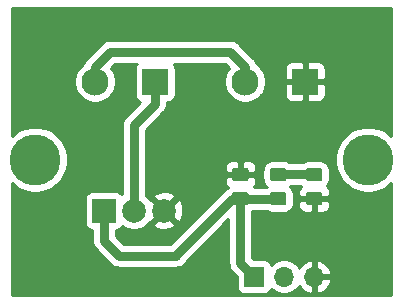
<source format=gbr>
G04 #@! TF.GenerationSoftware,KiCad,Pcbnew,5.1.5-52549c5~86~ubuntu16.04.1*
G04 #@! TF.CreationDate,2020-07-28T22:18:50+05:30*
G04 #@! TF.ProjectId,IRF520_MOSFET_Driver_V1.0,49524635-3230-45f4-9d4f-534645545f44,v1.0*
G04 #@! TF.SameCoordinates,Original*
G04 #@! TF.FileFunction,Copper,L1,Top*
G04 #@! TF.FilePolarity,Positive*
%FSLAX46Y46*%
G04 Gerber Fmt 4.6, Leading zero omitted, Abs format (unit mm)*
G04 Created by KiCad (PCBNEW 5.1.5-52549c5~86~ubuntu16.04.1) date 2020-07-28 22:18:50*
%MOMM*%
%LPD*%
G04 APERTURE LIST*
%ADD10C,2.300000*%
%ADD11R,2.200000X2.200000*%
%ADD12O,1.700000X1.700000*%
%ADD13R,1.700000X1.700000*%
%ADD14C,0.100000*%
%ADD15R,2.000000X2.000000*%
%ADD16C,2.000000*%
%ADD17C,4.318000*%
%ADD18C,0.762000*%
%ADD19C,0.508000*%
%ADD20C,0.254000*%
G04 APERTURE END LIST*
D10*
X123698000Y-69850000D03*
D11*
X128778000Y-69850000D03*
D10*
X136398000Y-69850000D03*
D11*
X141478000Y-69850000D03*
D12*
X142240000Y-86360000D03*
X139700000Y-86360000D03*
D13*
X137160000Y-86360000D03*
G04 #@! TA.AperFunction,SMDPad,CuDef*
D14*
G36*
X139674505Y-77141204D02*
G01*
X139698773Y-77144804D01*
X139722572Y-77150765D01*
X139745671Y-77159030D01*
X139767850Y-77169520D01*
X139788893Y-77182132D01*
X139808599Y-77196747D01*
X139826777Y-77213223D01*
X139843253Y-77231401D01*
X139857868Y-77251107D01*
X139870480Y-77272150D01*
X139880970Y-77294329D01*
X139889235Y-77317428D01*
X139895196Y-77341227D01*
X139898796Y-77365495D01*
X139900000Y-77389999D01*
X139900000Y-78040001D01*
X139898796Y-78064505D01*
X139895196Y-78088773D01*
X139889235Y-78112572D01*
X139880970Y-78135671D01*
X139870480Y-78157850D01*
X139857868Y-78178893D01*
X139843253Y-78198599D01*
X139826777Y-78216777D01*
X139808599Y-78233253D01*
X139788893Y-78247868D01*
X139767850Y-78260480D01*
X139745671Y-78270970D01*
X139722572Y-78279235D01*
X139698773Y-78285196D01*
X139674505Y-78288796D01*
X139650001Y-78290000D01*
X138749999Y-78290000D01*
X138725495Y-78288796D01*
X138701227Y-78285196D01*
X138677428Y-78279235D01*
X138654329Y-78270970D01*
X138632150Y-78260480D01*
X138611107Y-78247868D01*
X138591401Y-78233253D01*
X138573223Y-78216777D01*
X138556747Y-78198599D01*
X138542132Y-78178893D01*
X138529520Y-78157850D01*
X138519030Y-78135671D01*
X138510765Y-78112572D01*
X138504804Y-78088773D01*
X138501204Y-78064505D01*
X138500000Y-78040001D01*
X138500000Y-77389999D01*
X138501204Y-77365495D01*
X138504804Y-77341227D01*
X138510765Y-77317428D01*
X138519030Y-77294329D01*
X138529520Y-77272150D01*
X138542132Y-77251107D01*
X138556747Y-77231401D01*
X138573223Y-77213223D01*
X138591401Y-77196747D01*
X138611107Y-77182132D01*
X138632150Y-77169520D01*
X138654329Y-77159030D01*
X138677428Y-77150765D01*
X138701227Y-77144804D01*
X138725495Y-77141204D01*
X138749999Y-77140000D01*
X139650001Y-77140000D01*
X139674505Y-77141204D01*
G37*
G04 #@! TD.AperFunction*
G04 #@! TA.AperFunction,SMDPad,CuDef*
G36*
X139674505Y-79191204D02*
G01*
X139698773Y-79194804D01*
X139722572Y-79200765D01*
X139745671Y-79209030D01*
X139767850Y-79219520D01*
X139788893Y-79232132D01*
X139808599Y-79246747D01*
X139826777Y-79263223D01*
X139843253Y-79281401D01*
X139857868Y-79301107D01*
X139870480Y-79322150D01*
X139880970Y-79344329D01*
X139889235Y-79367428D01*
X139895196Y-79391227D01*
X139898796Y-79415495D01*
X139900000Y-79439999D01*
X139900000Y-80090001D01*
X139898796Y-80114505D01*
X139895196Y-80138773D01*
X139889235Y-80162572D01*
X139880970Y-80185671D01*
X139870480Y-80207850D01*
X139857868Y-80228893D01*
X139843253Y-80248599D01*
X139826777Y-80266777D01*
X139808599Y-80283253D01*
X139788893Y-80297868D01*
X139767850Y-80310480D01*
X139745671Y-80320970D01*
X139722572Y-80329235D01*
X139698773Y-80335196D01*
X139674505Y-80338796D01*
X139650001Y-80340000D01*
X138749999Y-80340000D01*
X138725495Y-80338796D01*
X138701227Y-80335196D01*
X138677428Y-80329235D01*
X138654329Y-80320970D01*
X138632150Y-80310480D01*
X138611107Y-80297868D01*
X138591401Y-80283253D01*
X138573223Y-80266777D01*
X138556747Y-80248599D01*
X138542132Y-80228893D01*
X138529520Y-80207850D01*
X138519030Y-80185671D01*
X138510765Y-80162572D01*
X138504804Y-80138773D01*
X138501204Y-80114505D01*
X138500000Y-80090001D01*
X138500000Y-79439999D01*
X138501204Y-79415495D01*
X138504804Y-79391227D01*
X138510765Y-79367428D01*
X138519030Y-79344329D01*
X138529520Y-79322150D01*
X138542132Y-79301107D01*
X138556747Y-79281401D01*
X138573223Y-79263223D01*
X138591401Y-79246747D01*
X138611107Y-79232132D01*
X138632150Y-79219520D01*
X138654329Y-79209030D01*
X138677428Y-79200765D01*
X138701227Y-79194804D01*
X138725495Y-79191204D01*
X138749999Y-79190000D01*
X139650001Y-79190000D01*
X139674505Y-79191204D01*
G37*
G04 #@! TD.AperFunction*
D15*
X124460000Y-80772000D03*
D16*
X127000000Y-80772000D03*
X129540000Y-80772000D03*
G04 #@! TA.AperFunction,SMDPad,CuDef*
D14*
G36*
X136474505Y-79191204D02*
G01*
X136498773Y-79194804D01*
X136522572Y-79200765D01*
X136545671Y-79209030D01*
X136567850Y-79219520D01*
X136588893Y-79232132D01*
X136608599Y-79246747D01*
X136626777Y-79263223D01*
X136643253Y-79281401D01*
X136657868Y-79301107D01*
X136670480Y-79322150D01*
X136680970Y-79344329D01*
X136689235Y-79367428D01*
X136695196Y-79391227D01*
X136698796Y-79415495D01*
X136700000Y-79439999D01*
X136700000Y-80090001D01*
X136698796Y-80114505D01*
X136695196Y-80138773D01*
X136689235Y-80162572D01*
X136680970Y-80185671D01*
X136670480Y-80207850D01*
X136657868Y-80228893D01*
X136643253Y-80248599D01*
X136626777Y-80266777D01*
X136608599Y-80283253D01*
X136588893Y-80297868D01*
X136567850Y-80310480D01*
X136545671Y-80320970D01*
X136522572Y-80329235D01*
X136498773Y-80335196D01*
X136474505Y-80338796D01*
X136450001Y-80340000D01*
X135549999Y-80340000D01*
X135525495Y-80338796D01*
X135501227Y-80335196D01*
X135477428Y-80329235D01*
X135454329Y-80320970D01*
X135432150Y-80310480D01*
X135411107Y-80297868D01*
X135391401Y-80283253D01*
X135373223Y-80266777D01*
X135356747Y-80248599D01*
X135342132Y-80228893D01*
X135329520Y-80207850D01*
X135319030Y-80185671D01*
X135310765Y-80162572D01*
X135304804Y-80138773D01*
X135301204Y-80114505D01*
X135300000Y-80090001D01*
X135300000Y-79439999D01*
X135301204Y-79415495D01*
X135304804Y-79391227D01*
X135310765Y-79367428D01*
X135319030Y-79344329D01*
X135329520Y-79322150D01*
X135342132Y-79301107D01*
X135356747Y-79281401D01*
X135373223Y-79263223D01*
X135391401Y-79246747D01*
X135411107Y-79232132D01*
X135432150Y-79219520D01*
X135454329Y-79209030D01*
X135477428Y-79200765D01*
X135501227Y-79194804D01*
X135525495Y-79191204D01*
X135549999Y-79190000D01*
X136450001Y-79190000D01*
X136474505Y-79191204D01*
G37*
G04 #@! TD.AperFunction*
G04 #@! TA.AperFunction,SMDPad,CuDef*
G36*
X136474505Y-77141204D02*
G01*
X136498773Y-77144804D01*
X136522572Y-77150765D01*
X136545671Y-77159030D01*
X136567850Y-77169520D01*
X136588893Y-77182132D01*
X136608599Y-77196747D01*
X136626777Y-77213223D01*
X136643253Y-77231401D01*
X136657868Y-77251107D01*
X136670480Y-77272150D01*
X136680970Y-77294329D01*
X136689235Y-77317428D01*
X136695196Y-77341227D01*
X136698796Y-77365495D01*
X136700000Y-77389999D01*
X136700000Y-78040001D01*
X136698796Y-78064505D01*
X136695196Y-78088773D01*
X136689235Y-78112572D01*
X136680970Y-78135671D01*
X136670480Y-78157850D01*
X136657868Y-78178893D01*
X136643253Y-78198599D01*
X136626777Y-78216777D01*
X136608599Y-78233253D01*
X136588893Y-78247868D01*
X136567850Y-78260480D01*
X136545671Y-78270970D01*
X136522572Y-78279235D01*
X136498773Y-78285196D01*
X136474505Y-78288796D01*
X136450001Y-78290000D01*
X135549999Y-78290000D01*
X135525495Y-78288796D01*
X135501227Y-78285196D01*
X135477428Y-78279235D01*
X135454329Y-78270970D01*
X135432150Y-78260480D01*
X135411107Y-78247868D01*
X135391401Y-78233253D01*
X135373223Y-78216777D01*
X135356747Y-78198599D01*
X135342132Y-78178893D01*
X135329520Y-78157850D01*
X135319030Y-78135671D01*
X135310765Y-78112572D01*
X135304804Y-78088773D01*
X135301204Y-78064505D01*
X135300000Y-78040001D01*
X135300000Y-77389999D01*
X135301204Y-77365495D01*
X135304804Y-77341227D01*
X135310765Y-77317428D01*
X135319030Y-77294329D01*
X135329520Y-77272150D01*
X135342132Y-77251107D01*
X135356747Y-77231401D01*
X135373223Y-77213223D01*
X135391401Y-77196747D01*
X135411107Y-77182132D01*
X135432150Y-77169520D01*
X135454329Y-77159030D01*
X135477428Y-77150765D01*
X135501227Y-77144804D01*
X135525495Y-77141204D01*
X135549999Y-77140000D01*
X136450001Y-77140000D01*
X136474505Y-77141204D01*
G37*
G04 #@! TD.AperFunction*
G04 #@! TA.AperFunction,SMDPad,CuDef*
G36*
X142714505Y-79191204D02*
G01*
X142738773Y-79194804D01*
X142762572Y-79200765D01*
X142785671Y-79209030D01*
X142807850Y-79219520D01*
X142828893Y-79232132D01*
X142848599Y-79246747D01*
X142866777Y-79263223D01*
X142883253Y-79281401D01*
X142897868Y-79301107D01*
X142910480Y-79322150D01*
X142920970Y-79344329D01*
X142929235Y-79367428D01*
X142935196Y-79391227D01*
X142938796Y-79415495D01*
X142940000Y-79439999D01*
X142940000Y-80090001D01*
X142938796Y-80114505D01*
X142935196Y-80138773D01*
X142929235Y-80162572D01*
X142920970Y-80185671D01*
X142910480Y-80207850D01*
X142897868Y-80228893D01*
X142883253Y-80248599D01*
X142866777Y-80266777D01*
X142848599Y-80283253D01*
X142828893Y-80297868D01*
X142807850Y-80310480D01*
X142785671Y-80320970D01*
X142762572Y-80329235D01*
X142738773Y-80335196D01*
X142714505Y-80338796D01*
X142690001Y-80340000D01*
X141789999Y-80340000D01*
X141765495Y-80338796D01*
X141741227Y-80335196D01*
X141717428Y-80329235D01*
X141694329Y-80320970D01*
X141672150Y-80310480D01*
X141651107Y-80297868D01*
X141631401Y-80283253D01*
X141613223Y-80266777D01*
X141596747Y-80248599D01*
X141582132Y-80228893D01*
X141569520Y-80207850D01*
X141559030Y-80185671D01*
X141550765Y-80162572D01*
X141544804Y-80138773D01*
X141541204Y-80114505D01*
X141540000Y-80090001D01*
X141540000Y-79439999D01*
X141541204Y-79415495D01*
X141544804Y-79391227D01*
X141550765Y-79367428D01*
X141559030Y-79344329D01*
X141569520Y-79322150D01*
X141582132Y-79301107D01*
X141596747Y-79281401D01*
X141613223Y-79263223D01*
X141631401Y-79246747D01*
X141651107Y-79232132D01*
X141672150Y-79219520D01*
X141694329Y-79209030D01*
X141717428Y-79200765D01*
X141741227Y-79194804D01*
X141765495Y-79191204D01*
X141789999Y-79190000D01*
X142690001Y-79190000D01*
X142714505Y-79191204D01*
G37*
G04 #@! TD.AperFunction*
G04 #@! TA.AperFunction,SMDPad,CuDef*
G36*
X142714505Y-77141204D02*
G01*
X142738773Y-77144804D01*
X142762572Y-77150765D01*
X142785671Y-77159030D01*
X142807850Y-77169520D01*
X142828893Y-77182132D01*
X142848599Y-77196747D01*
X142866777Y-77213223D01*
X142883253Y-77231401D01*
X142897868Y-77251107D01*
X142910480Y-77272150D01*
X142920970Y-77294329D01*
X142929235Y-77317428D01*
X142935196Y-77341227D01*
X142938796Y-77365495D01*
X142940000Y-77389999D01*
X142940000Y-78040001D01*
X142938796Y-78064505D01*
X142935196Y-78088773D01*
X142929235Y-78112572D01*
X142920970Y-78135671D01*
X142910480Y-78157850D01*
X142897868Y-78178893D01*
X142883253Y-78198599D01*
X142866777Y-78216777D01*
X142848599Y-78233253D01*
X142828893Y-78247868D01*
X142807850Y-78260480D01*
X142785671Y-78270970D01*
X142762572Y-78279235D01*
X142738773Y-78285196D01*
X142714505Y-78288796D01*
X142690001Y-78290000D01*
X141789999Y-78290000D01*
X141765495Y-78288796D01*
X141741227Y-78285196D01*
X141717428Y-78279235D01*
X141694329Y-78270970D01*
X141672150Y-78260480D01*
X141651107Y-78247868D01*
X141631401Y-78233253D01*
X141613223Y-78216777D01*
X141596747Y-78198599D01*
X141582132Y-78178893D01*
X141569520Y-78157850D01*
X141559030Y-78135671D01*
X141550765Y-78112572D01*
X141544804Y-78088773D01*
X141541204Y-78064505D01*
X141540000Y-78040001D01*
X141540000Y-77389999D01*
X141541204Y-77365495D01*
X141544804Y-77341227D01*
X141550765Y-77317428D01*
X141559030Y-77294329D01*
X141569520Y-77272150D01*
X141582132Y-77251107D01*
X141596747Y-77231401D01*
X141613223Y-77213223D01*
X141631401Y-77196747D01*
X141651107Y-77182132D01*
X141672150Y-77169520D01*
X141694329Y-77159030D01*
X141717428Y-77150765D01*
X141741227Y-77144804D01*
X141765495Y-77141204D01*
X141789999Y-77140000D01*
X142690001Y-77140000D01*
X142714505Y-77141204D01*
G37*
G04 #@! TD.AperFunction*
D17*
X146812000Y-76454000D03*
X118618000Y-76454000D03*
D18*
X139200000Y-77715000D02*
X142240000Y-77715000D01*
X136000000Y-85200000D02*
X137160000Y-86360000D01*
X136000000Y-79765000D02*
X136000000Y-85200000D01*
D19*
X136000000Y-79765000D02*
X136700000Y-79765000D01*
D18*
X136000000Y-79765000D02*
X139200000Y-79765000D01*
X124460000Y-80772000D02*
X124460000Y-82550000D01*
X124460000Y-82550000D02*
X124460000Y-83312000D01*
X124460000Y-83312000D02*
X125730000Y-84582000D01*
X125730000Y-84582000D02*
X130556000Y-84582000D01*
D19*
X130556000Y-84509000D02*
X130556000Y-84582000D01*
D18*
X135300000Y-79765000D02*
X130556000Y-84509000D01*
D19*
X136000000Y-79765000D02*
X135300000Y-79765000D01*
D18*
X128778000Y-71712000D02*
X127000000Y-73490000D01*
X128778000Y-69850000D02*
X128778000Y-71712000D01*
X127000000Y-80772000D02*
X127000000Y-74168000D01*
X127000000Y-73490000D02*
X127000000Y-74168000D01*
X136398000Y-68580000D02*
X136398000Y-69850000D01*
X123698000Y-69850000D02*
X123698000Y-68580000D01*
X124968000Y-67310000D02*
X135128000Y-67310000D01*
X123698000Y-68580000D02*
X124968000Y-67310000D01*
X135128000Y-67310000D02*
X136398000Y-68580000D01*
D20*
G36*
X148740001Y-74430688D02*
G01*
X148593071Y-74283758D01*
X148135455Y-73977989D01*
X147626980Y-73767372D01*
X147087185Y-73660000D01*
X146536815Y-73660000D01*
X145997020Y-73767372D01*
X145488545Y-73977989D01*
X145030929Y-74283758D01*
X144641758Y-74672929D01*
X144335989Y-75130545D01*
X144125372Y-75639020D01*
X144018000Y-76178815D01*
X144018000Y-76729185D01*
X144125372Y-77268980D01*
X144335989Y-77777455D01*
X144641758Y-78235071D01*
X145030929Y-78624242D01*
X145488545Y-78930011D01*
X145997020Y-79140628D01*
X146536815Y-79248000D01*
X147087185Y-79248000D01*
X147626980Y-79140628D01*
X148135455Y-78930011D01*
X148593071Y-78624242D01*
X148740000Y-78477313D01*
X148740000Y-87940000D01*
X116660000Y-87940000D01*
X116660000Y-78447313D01*
X116836929Y-78624242D01*
X117294545Y-78930011D01*
X117803020Y-79140628D01*
X118342815Y-79248000D01*
X118893185Y-79248000D01*
X119432980Y-79140628D01*
X119941455Y-78930011D01*
X120399071Y-78624242D01*
X120788242Y-78235071D01*
X121094011Y-77777455D01*
X121304628Y-77268980D01*
X121412000Y-76729185D01*
X121412000Y-76178815D01*
X121304628Y-75639020D01*
X121094011Y-75130545D01*
X120788242Y-74672929D01*
X120399071Y-74283758D01*
X119941455Y-73977989D01*
X119432980Y-73767372D01*
X118893185Y-73660000D01*
X118342815Y-73660000D01*
X117803020Y-73767372D01*
X117294545Y-73977989D01*
X116836929Y-74283758D01*
X116660000Y-74460687D01*
X116660000Y-69674193D01*
X121913000Y-69674193D01*
X121913000Y-70025807D01*
X121981596Y-70370665D01*
X122116153Y-70695515D01*
X122311500Y-70987871D01*
X122560129Y-71236500D01*
X122852485Y-71431847D01*
X123177335Y-71566404D01*
X123522193Y-71635000D01*
X123873807Y-71635000D01*
X124218665Y-71566404D01*
X124543515Y-71431847D01*
X124835871Y-71236500D01*
X125084500Y-70987871D01*
X125279847Y-70695515D01*
X125414404Y-70370665D01*
X125483000Y-70025807D01*
X125483000Y-69674193D01*
X125414404Y-69329335D01*
X125279847Y-69004485D01*
X125084500Y-68712129D01*
X125043606Y-68671235D01*
X125388841Y-68326000D01*
X127204505Y-68326000D01*
X127147463Y-68395506D01*
X127088498Y-68505820D01*
X127052188Y-68625518D01*
X127039928Y-68750000D01*
X127039928Y-70950000D01*
X127052188Y-71074482D01*
X127088498Y-71194180D01*
X127147463Y-71304494D01*
X127226815Y-71401185D01*
X127323506Y-71480537D01*
X127433820Y-71539502D01*
X127495076Y-71558084D01*
X126316872Y-72736288D01*
X126278104Y-72768104D01*
X126151140Y-72922810D01*
X126056798Y-73099314D01*
X126042307Y-73147085D01*
X125998702Y-73290830D01*
X125979085Y-73490000D01*
X125984000Y-73539902D01*
X125984000Y-74217902D01*
X125984001Y-74217912D01*
X125984000Y-79409541D01*
X125911185Y-79320815D01*
X125814494Y-79241463D01*
X125704180Y-79182498D01*
X125584482Y-79146188D01*
X125460000Y-79133928D01*
X123460000Y-79133928D01*
X123335518Y-79146188D01*
X123215820Y-79182498D01*
X123105506Y-79241463D01*
X123008815Y-79320815D01*
X122929463Y-79417506D01*
X122870498Y-79527820D01*
X122834188Y-79647518D01*
X122821928Y-79772000D01*
X122821928Y-81772000D01*
X122834188Y-81896482D01*
X122870498Y-82016180D01*
X122929463Y-82126494D01*
X123008815Y-82223185D01*
X123105506Y-82302537D01*
X123215820Y-82361502D01*
X123335518Y-82397812D01*
X123444001Y-82408496D01*
X123444001Y-82500089D01*
X123444000Y-82500099D01*
X123444000Y-83262098D01*
X123439085Y-83312000D01*
X123458702Y-83511170D01*
X123470875Y-83551298D01*
X123516799Y-83702687D01*
X123611141Y-83879190D01*
X123738105Y-84033896D01*
X123776868Y-84065708D01*
X124976292Y-85265133D01*
X125008104Y-85303896D01*
X125162810Y-85430860D01*
X125339313Y-85525202D01*
X125530829Y-85583298D01*
X125680098Y-85598000D01*
X125680105Y-85598000D01*
X125729999Y-85602914D01*
X125779893Y-85598000D01*
X130605902Y-85598000D01*
X130755171Y-85583298D01*
X130946687Y-85525202D01*
X131123190Y-85430860D01*
X131277896Y-85303896D01*
X131404860Y-85149190D01*
X131464810Y-85037030D01*
X134984000Y-81517840D01*
X134984001Y-85150088D01*
X134979085Y-85200000D01*
X134998702Y-85399170D01*
X135032413Y-85510298D01*
X135056799Y-85590687D01*
X135151141Y-85767190D01*
X135278105Y-85921896D01*
X135316868Y-85953708D01*
X135671928Y-86308768D01*
X135671928Y-87210000D01*
X135684188Y-87334482D01*
X135720498Y-87454180D01*
X135779463Y-87564494D01*
X135858815Y-87661185D01*
X135955506Y-87740537D01*
X136065820Y-87799502D01*
X136185518Y-87835812D01*
X136310000Y-87848072D01*
X138010000Y-87848072D01*
X138134482Y-87835812D01*
X138254180Y-87799502D01*
X138364494Y-87740537D01*
X138461185Y-87661185D01*
X138540537Y-87564494D01*
X138599502Y-87454180D01*
X138621513Y-87381620D01*
X138753368Y-87513475D01*
X138996589Y-87675990D01*
X139266842Y-87787932D01*
X139553740Y-87845000D01*
X139846260Y-87845000D01*
X140133158Y-87787932D01*
X140403411Y-87675990D01*
X140646632Y-87513475D01*
X140853475Y-87306632D01*
X140975195Y-87124466D01*
X141044822Y-87241355D01*
X141239731Y-87457588D01*
X141473080Y-87631641D01*
X141735901Y-87756825D01*
X141883110Y-87801476D01*
X142113000Y-87680155D01*
X142113000Y-86487000D01*
X142367000Y-86487000D01*
X142367000Y-87680155D01*
X142596890Y-87801476D01*
X142744099Y-87756825D01*
X143006920Y-87631641D01*
X143240269Y-87457588D01*
X143435178Y-87241355D01*
X143584157Y-86991252D01*
X143681481Y-86716891D01*
X143560814Y-86487000D01*
X142367000Y-86487000D01*
X142113000Y-86487000D01*
X142093000Y-86487000D01*
X142093000Y-86233000D01*
X142113000Y-86233000D01*
X142113000Y-85039845D01*
X142367000Y-85039845D01*
X142367000Y-86233000D01*
X143560814Y-86233000D01*
X143681481Y-86003109D01*
X143584157Y-85728748D01*
X143435178Y-85478645D01*
X143240269Y-85262412D01*
X143006920Y-85088359D01*
X142744099Y-84963175D01*
X142596890Y-84918524D01*
X142367000Y-85039845D01*
X142113000Y-85039845D01*
X141883110Y-84918524D01*
X141735901Y-84963175D01*
X141473080Y-85088359D01*
X141239731Y-85262412D01*
X141044822Y-85478645D01*
X140975195Y-85595534D01*
X140853475Y-85413368D01*
X140646632Y-85206525D01*
X140403411Y-85044010D01*
X140133158Y-84932068D01*
X139846260Y-84875000D01*
X139553740Y-84875000D01*
X139266842Y-84932068D01*
X138996589Y-85044010D01*
X138753368Y-85206525D01*
X138621513Y-85338380D01*
X138599502Y-85265820D01*
X138540537Y-85155506D01*
X138461185Y-85058815D01*
X138364494Y-84979463D01*
X138254180Y-84920498D01*
X138134482Y-84884188D01*
X138010000Y-84871928D01*
X137108768Y-84871928D01*
X137016000Y-84779160D01*
X137016000Y-80781000D01*
X138198850Y-80781000D01*
X138256613Y-80828405D01*
X138410149Y-80910472D01*
X138576745Y-80961008D01*
X138749999Y-80978072D01*
X139650001Y-80978072D01*
X139823255Y-80961008D01*
X139989851Y-80910472D01*
X140143387Y-80828405D01*
X140277962Y-80717962D01*
X140388405Y-80583387D01*
X140470472Y-80429851D01*
X140497727Y-80340000D01*
X140901928Y-80340000D01*
X140914188Y-80464482D01*
X140950498Y-80584180D01*
X141009463Y-80694494D01*
X141088815Y-80791185D01*
X141185506Y-80870537D01*
X141295820Y-80929502D01*
X141415518Y-80965812D01*
X141540000Y-80978072D01*
X141954250Y-80975000D01*
X142113000Y-80816250D01*
X142113000Y-79892000D01*
X142367000Y-79892000D01*
X142367000Y-80816250D01*
X142525750Y-80975000D01*
X142940000Y-80978072D01*
X143064482Y-80965812D01*
X143184180Y-80929502D01*
X143294494Y-80870537D01*
X143391185Y-80791185D01*
X143470537Y-80694494D01*
X143529502Y-80584180D01*
X143565812Y-80464482D01*
X143578072Y-80340000D01*
X143575000Y-80050750D01*
X143416250Y-79892000D01*
X142367000Y-79892000D01*
X142113000Y-79892000D01*
X141063750Y-79892000D01*
X140905000Y-80050750D01*
X140901928Y-80340000D01*
X140497727Y-80340000D01*
X140521008Y-80263255D01*
X140538072Y-80090001D01*
X140538072Y-79439999D01*
X140521008Y-79266745D01*
X140470472Y-79100149D01*
X140388405Y-78946613D01*
X140277962Y-78812038D01*
X140190184Y-78740000D01*
X140201150Y-78731000D01*
X141098338Y-78731000D01*
X141088815Y-78738815D01*
X141009463Y-78835506D01*
X140950498Y-78945820D01*
X140914188Y-79065518D01*
X140901928Y-79190000D01*
X140905000Y-79479250D01*
X141063750Y-79638000D01*
X142113000Y-79638000D01*
X142113000Y-79618000D01*
X142367000Y-79618000D01*
X142367000Y-79638000D01*
X143416250Y-79638000D01*
X143575000Y-79479250D01*
X143578072Y-79190000D01*
X143565812Y-79065518D01*
X143529502Y-78945820D01*
X143470537Y-78835506D01*
X143391185Y-78738815D01*
X143311406Y-78673342D01*
X143317962Y-78667962D01*
X143428405Y-78533387D01*
X143510472Y-78379851D01*
X143561008Y-78213255D01*
X143578072Y-78040001D01*
X143578072Y-77389999D01*
X143561008Y-77216745D01*
X143510472Y-77050149D01*
X143428405Y-76896613D01*
X143317962Y-76762038D01*
X143183387Y-76651595D01*
X143029851Y-76569528D01*
X142863255Y-76518992D01*
X142690001Y-76501928D01*
X141789999Y-76501928D01*
X141616745Y-76518992D01*
X141450149Y-76569528D01*
X141296613Y-76651595D01*
X141238850Y-76699000D01*
X140201150Y-76699000D01*
X140143387Y-76651595D01*
X139989851Y-76569528D01*
X139823255Y-76518992D01*
X139650001Y-76501928D01*
X138749999Y-76501928D01*
X138576745Y-76518992D01*
X138410149Y-76569528D01*
X138256613Y-76651595D01*
X138122038Y-76762038D01*
X138011595Y-76896613D01*
X137929528Y-77050149D01*
X137878992Y-77216745D01*
X137861928Y-77389999D01*
X137861928Y-78040001D01*
X137878992Y-78213255D01*
X137929528Y-78379851D01*
X138011595Y-78533387D01*
X138122038Y-78667962D01*
X138209816Y-78740000D01*
X138198850Y-78749000D01*
X137141662Y-78749000D01*
X137151185Y-78741185D01*
X137230537Y-78644494D01*
X137289502Y-78534180D01*
X137325812Y-78414482D01*
X137338072Y-78290000D01*
X137335000Y-78000750D01*
X137176250Y-77842000D01*
X136127000Y-77842000D01*
X136127000Y-77862000D01*
X135873000Y-77862000D01*
X135873000Y-77842000D01*
X134823750Y-77842000D01*
X134665000Y-78000750D01*
X134661928Y-78290000D01*
X134674188Y-78414482D01*
X134710498Y-78534180D01*
X134769463Y-78644494D01*
X134848815Y-78741185D01*
X134928594Y-78806658D01*
X134922038Y-78812038D01*
X134915590Y-78819894D01*
X134909312Y-78821799D01*
X134732810Y-78916141D01*
X134616865Y-79011294D01*
X130062160Y-83566000D01*
X126150841Y-83566000D01*
X125476000Y-82891160D01*
X125476000Y-82408496D01*
X125584482Y-82397812D01*
X125704180Y-82361502D01*
X125814494Y-82302537D01*
X125911185Y-82223185D01*
X125990537Y-82126494D01*
X126015191Y-82080370D01*
X126225537Y-82220918D01*
X126523088Y-82344168D01*
X126838967Y-82407000D01*
X127161033Y-82407000D01*
X127476912Y-82344168D01*
X127774463Y-82220918D01*
X128042252Y-82041987D01*
X128176826Y-81907413D01*
X128584192Y-81907413D01*
X128679956Y-82171814D01*
X128969571Y-82312704D01*
X129281108Y-82394384D01*
X129602595Y-82413718D01*
X129921675Y-82369961D01*
X130226088Y-82264795D01*
X130400044Y-82171814D01*
X130495808Y-81907413D01*
X129540000Y-80951605D01*
X128584192Y-81907413D01*
X128176826Y-81907413D01*
X128269987Y-81814252D01*
X128342720Y-81705400D01*
X128404587Y-81727808D01*
X129360395Y-80772000D01*
X129719605Y-80772000D01*
X130675413Y-81727808D01*
X130939814Y-81632044D01*
X131080704Y-81342429D01*
X131162384Y-81030892D01*
X131181718Y-80709405D01*
X131137961Y-80390325D01*
X131032795Y-80085912D01*
X130939814Y-79911956D01*
X130675413Y-79816192D01*
X129719605Y-80772000D01*
X129360395Y-80772000D01*
X128404587Y-79816192D01*
X128342720Y-79838600D01*
X128269987Y-79729748D01*
X128176826Y-79636587D01*
X128584192Y-79636587D01*
X129540000Y-80592395D01*
X130495808Y-79636587D01*
X130400044Y-79372186D01*
X130110429Y-79231296D01*
X129798892Y-79149616D01*
X129477405Y-79130282D01*
X129158325Y-79174039D01*
X128853912Y-79279205D01*
X128679956Y-79372186D01*
X128584192Y-79636587D01*
X128176826Y-79636587D01*
X128042252Y-79502013D01*
X128016000Y-79484472D01*
X128016000Y-77140000D01*
X134661928Y-77140000D01*
X134665000Y-77429250D01*
X134823750Y-77588000D01*
X135873000Y-77588000D01*
X135873000Y-76663750D01*
X136127000Y-76663750D01*
X136127000Y-77588000D01*
X137176250Y-77588000D01*
X137335000Y-77429250D01*
X137338072Y-77140000D01*
X137325812Y-77015518D01*
X137289502Y-76895820D01*
X137230537Y-76785506D01*
X137151185Y-76688815D01*
X137054494Y-76609463D01*
X136944180Y-76550498D01*
X136824482Y-76514188D01*
X136700000Y-76501928D01*
X136285750Y-76505000D01*
X136127000Y-76663750D01*
X135873000Y-76663750D01*
X135714250Y-76505000D01*
X135300000Y-76501928D01*
X135175518Y-76514188D01*
X135055820Y-76550498D01*
X134945506Y-76609463D01*
X134848815Y-76688815D01*
X134769463Y-76785506D01*
X134710498Y-76895820D01*
X134674188Y-77015518D01*
X134661928Y-77140000D01*
X128016000Y-77140000D01*
X128016000Y-73910840D01*
X129461133Y-72465708D01*
X129499896Y-72433896D01*
X129626860Y-72279190D01*
X129721202Y-72102687D01*
X129779298Y-71911171D01*
X129794000Y-71761902D01*
X129798915Y-71712000D01*
X129794000Y-71662098D01*
X129794000Y-71588072D01*
X129878000Y-71588072D01*
X130002482Y-71575812D01*
X130122180Y-71539502D01*
X130232494Y-71480537D01*
X130329185Y-71401185D01*
X130408537Y-71304494D01*
X130467502Y-71194180D01*
X130503812Y-71074482D01*
X130516072Y-70950000D01*
X130516072Y-68750000D01*
X130503812Y-68625518D01*
X130467502Y-68505820D01*
X130408537Y-68395506D01*
X130351495Y-68326000D01*
X134707160Y-68326000D01*
X135052394Y-68671235D01*
X135011500Y-68712129D01*
X134816153Y-69004485D01*
X134681596Y-69329335D01*
X134613000Y-69674193D01*
X134613000Y-70025807D01*
X134681596Y-70370665D01*
X134816153Y-70695515D01*
X135011500Y-70987871D01*
X135260129Y-71236500D01*
X135552485Y-71431847D01*
X135877335Y-71566404D01*
X136222193Y-71635000D01*
X136573807Y-71635000D01*
X136918665Y-71566404D01*
X137243515Y-71431847D01*
X137535871Y-71236500D01*
X137784500Y-70987871D01*
X137809804Y-70950000D01*
X139739928Y-70950000D01*
X139752188Y-71074482D01*
X139788498Y-71194180D01*
X139847463Y-71304494D01*
X139926815Y-71401185D01*
X140023506Y-71480537D01*
X140133820Y-71539502D01*
X140253518Y-71575812D01*
X140378000Y-71588072D01*
X141192250Y-71585000D01*
X141351000Y-71426250D01*
X141351000Y-69977000D01*
X141605000Y-69977000D01*
X141605000Y-71426250D01*
X141763750Y-71585000D01*
X142578000Y-71588072D01*
X142702482Y-71575812D01*
X142822180Y-71539502D01*
X142932494Y-71480537D01*
X143029185Y-71401185D01*
X143108537Y-71304494D01*
X143167502Y-71194180D01*
X143203812Y-71074482D01*
X143216072Y-70950000D01*
X143213000Y-70135750D01*
X143054250Y-69977000D01*
X141605000Y-69977000D01*
X141351000Y-69977000D01*
X139901750Y-69977000D01*
X139743000Y-70135750D01*
X139739928Y-70950000D01*
X137809804Y-70950000D01*
X137979847Y-70695515D01*
X138114404Y-70370665D01*
X138183000Y-70025807D01*
X138183000Y-69674193D01*
X138114404Y-69329335D01*
X137979847Y-69004485D01*
X137809805Y-68750000D01*
X139739928Y-68750000D01*
X139743000Y-69564250D01*
X139901750Y-69723000D01*
X141351000Y-69723000D01*
X141351000Y-68273750D01*
X141605000Y-68273750D01*
X141605000Y-69723000D01*
X143054250Y-69723000D01*
X143213000Y-69564250D01*
X143216072Y-68750000D01*
X143203812Y-68625518D01*
X143167502Y-68505820D01*
X143108537Y-68395506D01*
X143029185Y-68298815D01*
X142932494Y-68219463D01*
X142822180Y-68160498D01*
X142702482Y-68124188D01*
X142578000Y-68111928D01*
X141763750Y-68115000D01*
X141605000Y-68273750D01*
X141351000Y-68273750D01*
X141192250Y-68115000D01*
X140378000Y-68111928D01*
X140253518Y-68124188D01*
X140133820Y-68160498D01*
X140023506Y-68219463D01*
X139926815Y-68298815D01*
X139847463Y-68395506D01*
X139788498Y-68505820D01*
X139752188Y-68625518D01*
X139739928Y-68750000D01*
X137809805Y-68750000D01*
X137784500Y-68712129D01*
X137535871Y-68463500D01*
X137396032Y-68370062D01*
X137341202Y-68189313D01*
X137246860Y-68012810D01*
X137119896Y-67858104D01*
X137081133Y-67826292D01*
X135881712Y-66626872D01*
X135849896Y-66588104D01*
X135695190Y-66461140D01*
X135518687Y-66366798D01*
X135327171Y-66308702D01*
X135177902Y-66294000D01*
X135128000Y-66289085D01*
X135078098Y-66294000D01*
X125017893Y-66294000D01*
X124967999Y-66289086D01*
X124918105Y-66294000D01*
X124918098Y-66294000D01*
X124768829Y-66308702D01*
X124577313Y-66366798D01*
X124400810Y-66461140D01*
X124246104Y-66588104D01*
X124214292Y-66626867D01*
X123014868Y-67826292D01*
X122976105Y-67858104D01*
X122849141Y-68012810D01*
X122821245Y-68065000D01*
X122754799Y-68189313D01*
X122699969Y-68370062D01*
X122560129Y-68463500D01*
X122311500Y-68712129D01*
X122116153Y-69004485D01*
X121981596Y-69329335D01*
X121913000Y-69674193D01*
X116660000Y-69674193D01*
X116660000Y-63660000D01*
X148740001Y-63660000D01*
X148740001Y-74430688D01*
G37*
X148740001Y-74430688D02*
X148593071Y-74283758D01*
X148135455Y-73977989D01*
X147626980Y-73767372D01*
X147087185Y-73660000D01*
X146536815Y-73660000D01*
X145997020Y-73767372D01*
X145488545Y-73977989D01*
X145030929Y-74283758D01*
X144641758Y-74672929D01*
X144335989Y-75130545D01*
X144125372Y-75639020D01*
X144018000Y-76178815D01*
X144018000Y-76729185D01*
X144125372Y-77268980D01*
X144335989Y-77777455D01*
X144641758Y-78235071D01*
X145030929Y-78624242D01*
X145488545Y-78930011D01*
X145997020Y-79140628D01*
X146536815Y-79248000D01*
X147087185Y-79248000D01*
X147626980Y-79140628D01*
X148135455Y-78930011D01*
X148593071Y-78624242D01*
X148740000Y-78477313D01*
X148740000Y-87940000D01*
X116660000Y-87940000D01*
X116660000Y-78447313D01*
X116836929Y-78624242D01*
X117294545Y-78930011D01*
X117803020Y-79140628D01*
X118342815Y-79248000D01*
X118893185Y-79248000D01*
X119432980Y-79140628D01*
X119941455Y-78930011D01*
X120399071Y-78624242D01*
X120788242Y-78235071D01*
X121094011Y-77777455D01*
X121304628Y-77268980D01*
X121412000Y-76729185D01*
X121412000Y-76178815D01*
X121304628Y-75639020D01*
X121094011Y-75130545D01*
X120788242Y-74672929D01*
X120399071Y-74283758D01*
X119941455Y-73977989D01*
X119432980Y-73767372D01*
X118893185Y-73660000D01*
X118342815Y-73660000D01*
X117803020Y-73767372D01*
X117294545Y-73977989D01*
X116836929Y-74283758D01*
X116660000Y-74460687D01*
X116660000Y-69674193D01*
X121913000Y-69674193D01*
X121913000Y-70025807D01*
X121981596Y-70370665D01*
X122116153Y-70695515D01*
X122311500Y-70987871D01*
X122560129Y-71236500D01*
X122852485Y-71431847D01*
X123177335Y-71566404D01*
X123522193Y-71635000D01*
X123873807Y-71635000D01*
X124218665Y-71566404D01*
X124543515Y-71431847D01*
X124835871Y-71236500D01*
X125084500Y-70987871D01*
X125279847Y-70695515D01*
X125414404Y-70370665D01*
X125483000Y-70025807D01*
X125483000Y-69674193D01*
X125414404Y-69329335D01*
X125279847Y-69004485D01*
X125084500Y-68712129D01*
X125043606Y-68671235D01*
X125388841Y-68326000D01*
X127204505Y-68326000D01*
X127147463Y-68395506D01*
X127088498Y-68505820D01*
X127052188Y-68625518D01*
X127039928Y-68750000D01*
X127039928Y-70950000D01*
X127052188Y-71074482D01*
X127088498Y-71194180D01*
X127147463Y-71304494D01*
X127226815Y-71401185D01*
X127323506Y-71480537D01*
X127433820Y-71539502D01*
X127495076Y-71558084D01*
X126316872Y-72736288D01*
X126278104Y-72768104D01*
X126151140Y-72922810D01*
X126056798Y-73099314D01*
X126042307Y-73147085D01*
X125998702Y-73290830D01*
X125979085Y-73490000D01*
X125984000Y-73539902D01*
X125984000Y-74217902D01*
X125984001Y-74217912D01*
X125984000Y-79409541D01*
X125911185Y-79320815D01*
X125814494Y-79241463D01*
X125704180Y-79182498D01*
X125584482Y-79146188D01*
X125460000Y-79133928D01*
X123460000Y-79133928D01*
X123335518Y-79146188D01*
X123215820Y-79182498D01*
X123105506Y-79241463D01*
X123008815Y-79320815D01*
X122929463Y-79417506D01*
X122870498Y-79527820D01*
X122834188Y-79647518D01*
X122821928Y-79772000D01*
X122821928Y-81772000D01*
X122834188Y-81896482D01*
X122870498Y-82016180D01*
X122929463Y-82126494D01*
X123008815Y-82223185D01*
X123105506Y-82302537D01*
X123215820Y-82361502D01*
X123335518Y-82397812D01*
X123444001Y-82408496D01*
X123444001Y-82500089D01*
X123444000Y-82500099D01*
X123444000Y-83262098D01*
X123439085Y-83312000D01*
X123458702Y-83511170D01*
X123470875Y-83551298D01*
X123516799Y-83702687D01*
X123611141Y-83879190D01*
X123738105Y-84033896D01*
X123776868Y-84065708D01*
X124976292Y-85265133D01*
X125008104Y-85303896D01*
X125162810Y-85430860D01*
X125339313Y-85525202D01*
X125530829Y-85583298D01*
X125680098Y-85598000D01*
X125680105Y-85598000D01*
X125729999Y-85602914D01*
X125779893Y-85598000D01*
X130605902Y-85598000D01*
X130755171Y-85583298D01*
X130946687Y-85525202D01*
X131123190Y-85430860D01*
X131277896Y-85303896D01*
X131404860Y-85149190D01*
X131464810Y-85037030D01*
X134984000Y-81517840D01*
X134984001Y-85150088D01*
X134979085Y-85200000D01*
X134998702Y-85399170D01*
X135032413Y-85510298D01*
X135056799Y-85590687D01*
X135151141Y-85767190D01*
X135278105Y-85921896D01*
X135316868Y-85953708D01*
X135671928Y-86308768D01*
X135671928Y-87210000D01*
X135684188Y-87334482D01*
X135720498Y-87454180D01*
X135779463Y-87564494D01*
X135858815Y-87661185D01*
X135955506Y-87740537D01*
X136065820Y-87799502D01*
X136185518Y-87835812D01*
X136310000Y-87848072D01*
X138010000Y-87848072D01*
X138134482Y-87835812D01*
X138254180Y-87799502D01*
X138364494Y-87740537D01*
X138461185Y-87661185D01*
X138540537Y-87564494D01*
X138599502Y-87454180D01*
X138621513Y-87381620D01*
X138753368Y-87513475D01*
X138996589Y-87675990D01*
X139266842Y-87787932D01*
X139553740Y-87845000D01*
X139846260Y-87845000D01*
X140133158Y-87787932D01*
X140403411Y-87675990D01*
X140646632Y-87513475D01*
X140853475Y-87306632D01*
X140975195Y-87124466D01*
X141044822Y-87241355D01*
X141239731Y-87457588D01*
X141473080Y-87631641D01*
X141735901Y-87756825D01*
X141883110Y-87801476D01*
X142113000Y-87680155D01*
X142113000Y-86487000D01*
X142367000Y-86487000D01*
X142367000Y-87680155D01*
X142596890Y-87801476D01*
X142744099Y-87756825D01*
X143006920Y-87631641D01*
X143240269Y-87457588D01*
X143435178Y-87241355D01*
X143584157Y-86991252D01*
X143681481Y-86716891D01*
X143560814Y-86487000D01*
X142367000Y-86487000D01*
X142113000Y-86487000D01*
X142093000Y-86487000D01*
X142093000Y-86233000D01*
X142113000Y-86233000D01*
X142113000Y-85039845D01*
X142367000Y-85039845D01*
X142367000Y-86233000D01*
X143560814Y-86233000D01*
X143681481Y-86003109D01*
X143584157Y-85728748D01*
X143435178Y-85478645D01*
X143240269Y-85262412D01*
X143006920Y-85088359D01*
X142744099Y-84963175D01*
X142596890Y-84918524D01*
X142367000Y-85039845D01*
X142113000Y-85039845D01*
X141883110Y-84918524D01*
X141735901Y-84963175D01*
X141473080Y-85088359D01*
X141239731Y-85262412D01*
X141044822Y-85478645D01*
X140975195Y-85595534D01*
X140853475Y-85413368D01*
X140646632Y-85206525D01*
X140403411Y-85044010D01*
X140133158Y-84932068D01*
X139846260Y-84875000D01*
X139553740Y-84875000D01*
X139266842Y-84932068D01*
X138996589Y-85044010D01*
X138753368Y-85206525D01*
X138621513Y-85338380D01*
X138599502Y-85265820D01*
X138540537Y-85155506D01*
X138461185Y-85058815D01*
X138364494Y-84979463D01*
X138254180Y-84920498D01*
X138134482Y-84884188D01*
X138010000Y-84871928D01*
X137108768Y-84871928D01*
X137016000Y-84779160D01*
X137016000Y-80781000D01*
X138198850Y-80781000D01*
X138256613Y-80828405D01*
X138410149Y-80910472D01*
X138576745Y-80961008D01*
X138749999Y-80978072D01*
X139650001Y-80978072D01*
X139823255Y-80961008D01*
X139989851Y-80910472D01*
X140143387Y-80828405D01*
X140277962Y-80717962D01*
X140388405Y-80583387D01*
X140470472Y-80429851D01*
X140497727Y-80340000D01*
X140901928Y-80340000D01*
X140914188Y-80464482D01*
X140950498Y-80584180D01*
X141009463Y-80694494D01*
X141088815Y-80791185D01*
X141185506Y-80870537D01*
X141295820Y-80929502D01*
X141415518Y-80965812D01*
X141540000Y-80978072D01*
X141954250Y-80975000D01*
X142113000Y-80816250D01*
X142113000Y-79892000D01*
X142367000Y-79892000D01*
X142367000Y-80816250D01*
X142525750Y-80975000D01*
X142940000Y-80978072D01*
X143064482Y-80965812D01*
X143184180Y-80929502D01*
X143294494Y-80870537D01*
X143391185Y-80791185D01*
X143470537Y-80694494D01*
X143529502Y-80584180D01*
X143565812Y-80464482D01*
X143578072Y-80340000D01*
X143575000Y-80050750D01*
X143416250Y-79892000D01*
X142367000Y-79892000D01*
X142113000Y-79892000D01*
X141063750Y-79892000D01*
X140905000Y-80050750D01*
X140901928Y-80340000D01*
X140497727Y-80340000D01*
X140521008Y-80263255D01*
X140538072Y-80090001D01*
X140538072Y-79439999D01*
X140521008Y-79266745D01*
X140470472Y-79100149D01*
X140388405Y-78946613D01*
X140277962Y-78812038D01*
X140190184Y-78740000D01*
X140201150Y-78731000D01*
X141098338Y-78731000D01*
X141088815Y-78738815D01*
X141009463Y-78835506D01*
X140950498Y-78945820D01*
X140914188Y-79065518D01*
X140901928Y-79190000D01*
X140905000Y-79479250D01*
X141063750Y-79638000D01*
X142113000Y-79638000D01*
X142113000Y-79618000D01*
X142367000Y-79618000D01*
X142367000Y-79638000D01*
X143416250Y-79638000D01*
X143575000Y-79479250D01*
X143578072Y-79190000D01*
X143565812Y-79065518D01*
X143529502Y-78945820D01*
X143470537Y-78835506D01*
X143391185Y-78738815D01*
X143311406Y-78673342D01*
X143317962Y-78667962D01*
X143428405Y-78533387D01*
X143510472Y-78379851D01*
X143561008Y-78213255D01*
X143578072Y-78040001D01*
X143578072Y-77389999D01*
X143561008Y-77216745D01*
X143510472Y-77050149D01*
X143428405Y-76896613D01*
X143317962Y-76762038D01*
X143183387Y-76651595D01*
X143029851Y-76569528D01*
X142863255Y-76518992D01*
X142690001Y-76501928D01*
X141789999Y-76501928D01*
X141616745Y-76518992D01*
X141450149Y-76569528D01*
X141296613Y-76651595D01*
X141238850Y-76699000D01*
X140201150Y-76699000D01*
X140143387Y-76651595D01*
X139989851Y-76569528D01*
X139823255Y-76518992D01*
X139650001Y-76501928D01*
X138749999Y-76501928D01*
X138576745Y-76518992D01*
X138410149Y-76569528D01*
X138256613Y-76651595D01*
X138122038Y-76762038D01*
X138011595Y-76896613D01*
X137929528Y-77050149D01*
X137878992Y-77216745D01*
X137861928Y-77389999D01*
X137861928Y-78040001D01*
X137878992Y-78213255D01*
X137929528Y-78379851D01*
X138011595Y-78533387D01*
X138122038Y-78667962D01*
X138209816Y-78740000D01*
X138198850Y-78749000D01*
X137141662Y-78749000D01*
X137151185Y-78741185D01*
X137230537Y-78644494D01*
X137289502Y-78534180D01*
X137325812Y-78414482D01*
X137338072Y-78290000D01*
X137335000Y-78000750D01*
X137176250Y-77842000D01*
X136127000Y-77842000D01*
X136127000Y-77862000D01*
X135873000Y-77862000D01*
X135873000Y-77842000D01*
X134823750Y-77842000D01*
X134665000Y-78000750D01*
X134661928Y-78290000D01*
X134674188Y-78414482D01*
X134710498Y-78534180D01*
X134769463Y-78644494D01*
X134848815Y-78741185D01*
X134928594Y-78806658D01*
X134922038Y-78812038D01*
X134915590Y-78819894D01*
X134909312Y-78821799D01*
X134732810Y-78916141D01*
X134616865Y-79011294D01*
X130062160Y-83566000D01*
X126150841Y-83566000D01*
X125476000Y-82891160D01*
X125476000Y-82408496D01*
X125584482Y-82397812D01*
X125704180Y-82361502D01*
X125814494Y-82302537D01*
X125911185Y-82223185D01*
X125990537Y-82126494D01*
X126015191Y-82080370D01*
X126225537Y-82220918D01*
X126523088Y-82344168D01*
X126838967Y-82407000D01*
X127161033Y-82407000D01*
X127476912Y-82344168D01*
X127774463Y-82220918D01*
X128042252Y-82041987D01*
X128176826Y-81907413D01*
X128584192Y-81907413D01*
X128679956Y-82171814D01*
X128969571Y-82312704D01*
X129281108Y-82394384D01*
X129602595Y-82413718D01*
X129921675Y-82369961D01*
X130226088Y-82264795D01*
X130400044Y-82171814D01*
X130495808Y-81907413D01*
X129540000Y-80951605D01*
X128584192Y-81907413D01*
X128176826Y-81907413D01*
X128269987Y-81814252D01*
X128342720Y-81705400D01*
X128404587Y-81727808D01*
X129360395Y-80772000D01*
X129719605Y-80772000D01*
X130675413Y-81727808D01*
X130939814Y-81632044D01*
X131080704Y-81342429D01*
X131162384Y-81030892D01*
X131181718Y-80709405D01*
X131137961Y-80390325D01*
X131032795Y-80085912D01*
X130939814Y-79911956D01*
X130675413Y-79816192D01*
X129719605Y-80772000D01*
X129360395Y-80772000D01*
X128404587Y-79816192D01*
X128342720Y-79838600D01*
X128269987Y-79729748D01*
X128176826Y-79636587D01*
X128584192Y-79636587D01*
X129540000Y-80592395D01*
X130495808Y-79636587D01*
X130400044Y-79372186D01*
X130110429Y-79231296D01*
X129798892Y-79149616D01*
X129477405Y-79130282D01*
X129158325Y-79174039D01*
X128853912Y-79279205D01*
X128679956Y-79372186D01*
X128584192Y-79636587D01*
X128176826Y-79636587D01*
X128042252Y-79502013D01*
X128016000Y-79484472D01*
X128016000Y-77140000D01*
X134661928Y-77140000D01*
X134665000Y-77429250D01*
X134823750Y-77588000D01*
X135873000Y-77588000D01*
X135873000Y-76663750D01*
X136127000Y-76663750D01*
X136127000Y-77588000D01*
X137176250Y-77588000D01*
X137335000Y-77429250D01*
X137338072Y-77140000D01*
X137325812Y-77015518D01*
X137289502Y-76895820D01*
X137230537Y-76785506D01*
X137151185Y-76688815D01*
X137054494Y-76609463D01*
X136944180Y-76550498D01*
X136824482Y-76514188D01*
X136700000Y-76501928D01*
X136285750Y-76505000D01*
X136127000Y-76663750D01*
X135873000Y-76663750D01*
X135714250Y-76505000D01*
X135300000Y-76501928D01*
X135175518Y-76514188D01*
X135055820Y-76550498D01*
X134945506Y-76609463D01*
X134848815Y-76688815D01*
X134769463Y-76785506D01*
X134710498Y-76895820D01*
X134674188Y-77015518D01*
X134661928Y-77140000D01*
X128016000Y-77140000D01*
X128016000Y-73910840D01*
X129461133Y-72465708D01*
X129499896Y-72433896D01*
X129626860Y-72279190D01*
X129721202Y-72102687D01*
X129779298Y-71911171D01*
X129794000Y-71761902D01*
X129798915Y-71712000D01*
X129794000Y-71662098D01*
X129794000Y-71588072D01*
X129878000Y-71588072D01*
X130002482Y-71575812D01*
X130122180Y-71539502D01*
X130232494Y-71480537D01*
X130329185Y-71401185D01*
X130408537Y-71304494D01*
X130467502Y-71194180D01*
X130503812Y-71074482D01*
X130516072Y-70950000D01*
X130516072Y-68750000D01*
X130503812Y-68625518D01*
X130467502Y-68505820D01*
X130408537Y-68395506D01*
X130351495Y-68326000D01*
X134707160Y-68326000D01*
X135052394Y-68671235D01*
X135011500Y-68712129D01*
X134816153Y-69004485D01*
X134681596Y-69329335D01*
X134613000Y-69674193D01*
X134613000Y-70025807D01*
X134681596Y-70370665D01*
X134816153Y-70695515D01*
X135011500Y-70987871D01*
X135260129Y-71236500D01*
X135552485Y-71431847D01*
X135877335Y-71566404D01*
X136222193Y-71635000D01*
X136573807Y-71635000D01*
X136918665Y-71566404D01*
X137243515Y-71431847D01*
X137535871Y-71236500D01*
X137784500Y-70987871D01*
X137809804Y-70950000D01*
X139739928Y-70950000D01*
X139752188Y-71074482D01*
X139788498Y-71194180D01*
X139847463Y-71304494D01*
X139926815Y-71401185D01*
X140023506Y-71480537D01*
X140133820Y-71539502D01*
X140253518Y-71575812D01*
X140378000Y-71588072D01*
X141192250Y-71585000D01*
X141351000Y-71426250D01*
X141351000Y-69977000D01*
X141605000Y-69977000D01*
X141605000Y-71426250D01*
X141763750Y-71585000D01*
X142578000Y-71588072D01*
X142702482Y-71575812D01*
X142822180Y-71539502D01*
X142932494Y-71480537D01*
X143029185Y-71401185D01*
X143108537Y-71304494D01*
X143167502Y-71194180D01*
X143203812Y-71074482D01*
X143216072Y-70950000D01*
X143213000Y-70135750D01*
X143054250Y-69977000D01*
X141605000Y-69977000D01*
X141351000Y-69977000D01*
X139901750Y-69977000D01*
X139743000Y-70135750D01*
X139739928Y-70950000D01*
X137809804Y-70950000D01*
X137979847Y-70695515D01*
X138114404Y-70370665D01*
X138183000Y-70025807D01*
X138183000Y-69674193D01*
X138114404Y-69329335D01*
X137979847Y-69004485D01*
X137809805Y-68750000D01*
X139739928Y-68750000D01*
X139743000Y-69564250D01*
X139901750Y-69723000D01*
X141351000Y-69723000D01*
X141351000Y-68273750D01*
X141605000Y-68273750D01*
X141605000Y-69723000D01*
X143054250Y-69723000D01*
X143213000Y-69564250D01*
X143216072Y-68750000D01*
X143203812Y-68625518D01*
X143167502Y-68505820D01*
X143108537Y-68395506D01*
X143029185Y-68298815D01*
X142932494Y-68219463D01*
X142822180Y-68160498D01*
X142702482Y-68124188D01*
X142578000Y-68111928D01*
X141763750Y-68115000D01*
X141605000Y-68273750D01*
X141351000Y-68273750D01*
X141192250Y-68115000D01*
X140378000Y-68111928D01*
X140253518Y-68124188D01*
X140133820Y-68160498D01*
X140023506Y-68219463D01*
X139926815Y-68298815D01*
X139847463Y-68395506D01*
X139788498Y-68505820D01*
X139752188Y-68625518D01*
X139739928Y-68750000D01*
X137809805Y-68750000D01*
X137784500Y-68712129D01*
X137535871Y-68463500D01*
X137396032Y-68370062D01*
X137341202Y-68189313D01*
X137246860Y-68012810D01*
X137119896Y-67858104D01*
X137081133Y-67826292D01*
X135881712Y-66626872D01*
X135849896Y-66588104D01*
X135695190Y-66461140D01*
X135518687Y-66366798D01*
X135327171Y-66308702D01*
X135177902Y-66294000D01*
X135128000Y-66289085D01*
X135078098Y-66294000D01*
X125017893Y-66294000D01*
X124967999Y-66289086D01*
X124918105Y-66294000D01*
X124918098Y-66294000D01*
X124768829Y-66308702D01*
X124577313Y-66366798D01*
X124400810Y-66461140D01*
X124246104Y-66588104D01*
X124214292Y-66626867D01*
X123014868Y-67826292D01*
X122976105Y-67858104D01*
X122849141Y-68012810D01*
X122821245Y-68065000D01*
X122754799Y-68189313D01*
X122699969Y-68370062D01*
X122560129Y-68463500D01*
X122311500Y-68712129D01*
X122116153Y-69004485D01*
X121981596Y-69329335D01*
X121913000Y-69674193D01*
X116660000Y-69674193D01*
X116660000Y-63660000D01*
X148740001Y-63660000D01*
X148740001Y-74430688D01*
G36*
X148740001Y-74430688D02*
G01*
X148593071Y-74283758D01*
X148135455Y-73977989D01*
X147626980Y-73767372D01*
X147087185Y-73660000D01*
X146536815Y-73660000D01*
X145997020Y-73767372D01*
X145488545Y-73977989D01*
X145030929Y-74283758D01*
X144641758Y-74672929D01*
X144335989Y-75130545D01*
X144125372Y-75639020D01*
X144018000Y-76178815D01*
X144018000Y-76729185D01*
X144125372Y-77268980D01*
X144335989Y-77777455D01*
X144641758Y-78235071D01*
X145030929Y-78624242D01*
X145488545Y-78930011D01*
X145997020Y-79140628D01*
X146536815Y-79248000D01*
X147087185Y-79248000D01*
X147626980Y-79140628D01*
X148135455Y-78930011D01*
X148593071Y-78624242D01*
X148740000Y-78477313D01*
X148740000Y-87940000D01*
X116660000Y-87940000D01*
X116660000Y-78447313D01*
X116836929Y-78624242D01*
X117294545Y-78930011D01*
X117803020Y-79140628D01*
X118342815Y-79248000D01*
X118893185Y-79248000D01*
X119432980Y-79140628D01*
X119941455Y-78930011D01*
X120399071Y-78624242D01*
X120788242Y-78235071D01*
X121094011Y-77777455D01*
X121304628Y-77268980D01*
X121412000Y-76729185D01*
X121412000Y-76178815D01*
X121304628Y-75639020D01*
X121094011Y-75130545D01*
X120788242Y-74672929D01*
X120399071Y-74283758D01*
X119941455Y-73977989D01*
X119432980Y-73767372D01*
X118893185Y-73660000D01*
X118342815Y-73660000D01*
X117803020Y-73767372D01*
X117294545Y-73977989D01*
X116836929Y-74283758D01*
X116660000Y-74460687D01*
X116660000Y-69674193D01*
X121913000Y-69674193D01*
X121913000Y-70025807D01*
X121981596Y-70370665D01*
X122116153Y-70695515D01*
X122311500Y-70987871D01*
X122560129Y-71236500D01*
X122852485Y-71431847D01*
X123177335Y-71566404D01*
X123522193Y-71635000D01*
X123873807Y-71635000D01*
X124218665Y-71566404D01*
X124543515Y-71431847D01*
X124835871Y-71236500D01*
X125084500Y-70987871D01*
X125279847Y-70695515D01*
X125414404Y-70370665D01*
X125483000Y-70025807D01*
X125483000Y-69674193D01*
X125414404Y-69329335D01*
X125279847Y-69004485D01*
X125084500Y-68712129D01*
X125043606Y-68671235D01*
X125388841Y-68326000D01*
X127204505Y-68326000D01*
X127147463Y-68395506D01*
X127088498Y-68505820D01*
X127052188Y-68625518D01*
X127039928Y-68750000D01*
X127039928Y-70950000D01*
X127052188Y-71074482D01*
X127088498Y-71194180D01*
X127147463Y-71304494D01*
X127226815Y-71401185D01*
X127323506Y-71480537D01*
X127433820Y-71539502D01*
X127495076Y-71558084D01*
X126316872Y-72736288D01*
X126278104Y-72768104D01*
X126151140Y-72922810D01*
X126056798Y-73099314D01*
X126042307Y-73147085D01*
X125998702Y-73290830D01*
X125979085Y-73490000D01*
X125984000Y-73539902D01*
X125984000Y-74217902D01*
X125984001Y-74217912D01*
X125984000Y-79409541D01*
X125911185Y-79320815D01*
X125814494Y-79241463D01*
X125704180Y-79182498D01*
X125584482Y-79146188D01*
X125460000Y-79133928D01*
X123460000Y-79133928D01*
X123335518Y-79146188D01*
X123215820Y-79182498D01*
X123105506Y-79241463D01*
X123008815Y-79320815D01*
X122929463Y-79417506D01*
X122870498Y-79527820D01*
X122834188Y-79647518D01*
X122821928Y-79772000D01*
X122821928Y-81772000D01*
X122834188Y-81896482D01*
X122870498Y-82016180D01*
X122929463Y-82126494D01*
X123008815Y-82223185D01*
X123105506Y-82302537D01*
X123215820Y-82361502D01*
X123335518Y-82397812D01*
X123444001Y-82408496D01*
X123444001Y-82500089D01*
X123444000Y-82500099D01*
X123444000Y-83262098D01*
X123439085Y-83312000D01*
X123458702Y-83511170D01*
X123470875Y-83551298D01*
X123516799Y-83702687D01*
X123611141Y-83879190D01*
X123738105Y-84033896D01*
X123776868Y-84065708D01*
X124976292Y-85265133D01*
X125008104Y-85303896D01*
X125162810Y-85430860D01*
X125339313Y-85525202D01*
X125530829Y-85583298D01*
X125680098Y-85598000D01*
X125680105Y-85598000D01*
X125729999Y-85602914D01*
X125779893Y-85598000D01*
X130605902Y-85598000D01*
X130755171Y-85583298D01*
X130946687Y-85525202D01*
X131123190Y-85430860D01*
X131277896Y-85303896D01*
X131404860Y-85149190D01*
X131464810Y-85037030D01*
X134984000Y-81517840D01*
X134984001Y-85150088D01*
X134979085Y-85200000D01*
X134998702Y-85399170D01*
X135032413Y-85510298D01*
X135056799Y-85590687D01*
X135151141Y-85767190D01*
X135278105Y-85921896D01*
X135316868Y-85953708D01*
X135671928Y-86308768D01*
X135671928Y-87210000D01*
X135684188Y-87334482D01*
X135720498Y-87454180D01*
X135779463Y-87564494D01*
X135858815Y-87661185D01*
X135955506Y-87740537D01*
X136065820Y-87799502D01*
X136185518Y-87835812D01*
X136310000Y-87848072D01*
X138010000Y-87848072D01*
X138134482Y-87835812D01*
X138254180Y-87799502D01*
X138364494Y-87740537D01*
X138461185Y-87661185D01*
X138540537Y-87564494D01*
X138599502Y-87454180D01*
X138621513Y-87381620D01*
X138753368Y-87513475D01*
X138996589Y-87675990D01*
X139266842Y-87787932D01*
X139553740Y-87845000D01*
X139846260Y-87845000D01*
X140133158Y-87787932D01*
X140403411Y-87675990D01*
X140646632Y-87513475D01*
X140853475Y-87306632D01*
X140975195Y-87124466D01*
X141044822Y-87241355D01*
X141239731Y-87457588D01*
X141473080Y-87631641D01*
X141735901Y-87756825D01*
X141883110Y-87801476D01*
X142113000Y-87680155D01*
X142113000Y-86487000D01*
X142367000Y-86487000D01*
X142367000Y-87680155D01*
X142596890Y-87801476D01*
X142744099Y-87756825D01*
X143006920Y-87631641D01*
X143240269Y-87457588D01*
X143435178Y-87241355D01*
X143584157Y-86991252D01*
X143681481Y-86716891D01*
X143560814Y-86487000D01*
X142367000Y-86487000D01*
X142113000Y-86487000D01*
X142093000Y-86487000D01*
X142093000Y-86233000D01*
X142113000Y-86233000D01*
X142113000Y-85039845D01*
X142367000Y-85039845D01*
X142367000Y-86233000D01*
X143560814Y-86233000D01*
X143681481Y-86003109D01*
X143584157Y-85728748D01*
X143435178Y-85478645D01*
X143240269Y-85262412D01*
X143006920Y-85088359D01*
X142744099Y-84963175D01*
X142596890Y-84918524D01*
X142367000Y-85039845D01*
X142113000Y-85039845D01*
X141883110Y-84918524D01*
X141735901Y-84963175D01*
X141473080Y-85088359D01*
X141239731Y-85262412D01*
X141044822Y-85478645D01*
X140975195Y-85595534D01*
X140853475Y-85413368D01*
X140646632Y-85206525D01*
X140403411Y-85044010D01*
X140133158Y-84932068D01*
X139846260Y-84875000D01*
X139553740Y-84875000D01*
X139266842Y-84932068D01*
X138996589Y-85044010D01*
X138753368Y-85206525D01*
X138621513Y-85338380D01*
X138599502Y-85265820D01*
X138540537Y-85155506D01*
X138461185Y-85058815D01*
X138364494Y-84979463D01*
X138254180Y-84920498D01*
X138134482Y-84884188D01*
X138010000Y-84871928D01*
X137108768Y-84871928D01*
X137016000Y-84779160D01*
X137016000Y-80781000D01*
X138198850Y-80781000D01*
X138256613Y-80828405D01*
X138410149Y-80910472D01*
X138576745Y-80961008D01*
X138749999Y-80978072D01*
X139650001Y-80978072D01*
X139823255Y-80961008D01*
X139989851Y-80910472D01*
X140143387Y-80828405D01*
X140277962Y-80717962D01*
X140388405Y-80583387D01*
X140470472Y-80429851D01*
X140497727Y-80340000D01*
X140901928Y-80340000D01*
X140914188Y-80464482D01*
X140950498Y-80584180D01*
X141009463Y-80694494D01*
X141088815Y-80791185D01*
X141185506Y-80870537D01*
X141295820Y-80929502D01*
X141415518Y-80965812D01*
X141540000Y-80978072D01*
X141954250Y-80975000D01*
X142113000Y-80816250D01*
X142113000Y-79892000D01*
X142367000Y-79892000D01*
X142367000Y-80816250D01*
X142525750Y-80975000D01*
X142940000Y-80978072D01*
X143064482Y-80965812D01*
X143184180Y-80929502D01*
X143294494Y-80870537D01*
X143391185Y-80791185D01*
X143470537Y-80694494D01*
X143529502Y-80584180D01*
X143565812Y-80464482D01*
X143578072Y-80340000D01*
X143575000Y-80050750D01*
X143416250Y-79892000D01*
X142367000Y-79892000D01*
X142113000Y-79892000D01*
X141063750Y-79892000D01*
X140905000Y-80050750D01*
X140901928Y-80340000D01*
X140497727Y-80340000D01*
X140521008Y-80263255D01*
X140538072Y-80090001D01*
X140538072Y-79439999D01*
X140521008Y-79266745D01*
X140470472Y-79100149D01*
X140388405Y-78946613D01*
X140277962Y-78812038D01*
X140190184Y-78740000D01*
X140201150Y-78731000D01*
X141098338Y-78731000D01*
X141088815Y-78738815D01*
X141009463Y-78835506D01*
X140950498Y-78945820D01*
X140914188Y-79065518D01*
X140901928Y-79190000D01*
X140905000Y-79479250D01*
X141063750Y-79638000D01*
X142113000Y-79638000D01*
X142113000Y-79618000D01*
X142367000Y-79618000D01*
X142367000Y-79638000D01*
X143416250Y-79638000D01*
X143575000Y-79479250D01*
X143578072Y-79190000D01*
X143565812Y-79065518D01*
X143529502Y-78945820D01*
X143470537Y-78835506D01*
X143391185Y-78738815D01*
X143311406Y-78673342D01*
X143317962Y-78667962D01*
X143428405Y-78533387D01*
X143510472Y-78379851D01*
X143561008Y-78213255D01*
X143578072Y-78040001D01*
X143578072Y-77389999D01*
X143561008Y-77216745D01*
X143510472Y-77050149D01*
X143428405Y-76896613D01*
X143317962Y-76762038D01*
X143183387Y-76651595D01*
X143029851Y-76569528D01*
X142863255Y-76518992D01*
X142690001Y-76501928D01*
X141789999Y-76501928D01*
X141616745Y-76518992D01*
X141450149Y-76569528D01*
X141296613Y-76651595D01*
X141238850Y-76699000D01*
X140201150Y-76699000D01*
X140143387Y-76651595D01*
X139989851Y-76569528D01*
X139823255Y-76518992D01*
X139650001Y-76501928D01*
X138749999Y-76501928D01*
X138576745Y-76518992D01*
X138410149Y-76569528D01*
X138256613Y-76651595D01*
X138122038Y-76762038D01*
X138011595Y-76896613D01*
X137929528Y-77050149D01*
X137878992Y-77216745D01*
X137861928Y-77389999D01*
X137861928Y-78040001D01*
X137878992Y-78213255D01*
X137929528Y-78379851D01*
X138011595Y-78533387D01*
X138122038Y-78667962D01*
X138209816Y-78740000D01*
X138198850Y-78749000D01*
X137141662Y-78749000D01*
X137151185Y-78741185D01*
X137230537Y-78644494D01*
X137289502Y-78534180D01*
X137325812Y-78414482D01*
X137338072Y-78290000D01*
X137335000Y-78000750D01*
X137176250Y-77842000D01*
X136127000Y-77842000D01*
X136127000Y-77862000D01*
X135873000Y-77862000D01*
X135873000Y-77842000D01*
X134823750Y-77842000D01*
X134665000Y-78000750D01*
X134661928Y-78290000D01*
X134674188Y-78414482D01*
X134710498Y-78534180D01*
X134769463Y-78644494D01*
X134848815Y-78741185D01*
X134928594Y-78806658D01*
X134922038Y-78812038D01*
X134915590Y-78819894D01*
X134909312Y-78821799D01*
X134732810Y-78916141D01*
X134616865Y-79011294D01*
X130062160Y-83566000D01*
X126150841Y-83566000D01*
X125476000Y-82891160D01*
X125476000Y-82408496D01*
X125584482Y-82397812D01*
X125704180Y-82361502D01*
X125814494Y-82302537D01*
X125911185Y-82223185D01*
X125990537Y-82126494D01*
X126015191Y-82080370D01*
X126225537Y-82220918D01*
X126523088Y-82344168D01*
X126838967Y-82407000D01*
X127161033Y-82407000D01*
X127476912Y-82344168D01*
X127774463Y-82220918D01*
X128042252Y-82041987D01*
X128176826Y-81907413D01*
X128584192Y-81907413D01*
X128679956Y-82171814D01*
X128969571Y-82312704D01*
X129281108Y-82394384D01*
X129602595Y-82413718D01*
X129921675Y-82369961D01*
X130226088Y-82264795D01*
X130400044Y-82171814D01*
X130495808Y-81907413D01*
X129540000Y-80951605D01*
X128584192Y-81907413D01*
X128176826Y-81907413D01*
X128269987Y-81814252D01*
X128342720Y-81705400D01*
X128404587Y-81727808D01*
X129360395Y-80772000D01*
X129719605Y-80772000D01*
X130675413Y-81727808D01*
X130939814Y-81632044D01*
X131080704Y-81342429D01*
X131162384Y-81030892D01*
X131181718Y-80709405D01*
X131137961Y-80390325D01*
X131032795Y-80085912D01*
X130939814Y-79911956D01*
X130675413Y-79816192D01*
X129719605Y-80772000D01*
X129360395Y-80772000D01*
X128404587Y-79816192D01*
X128342720Y-79838600D01*
X128269987Y-79729748D01*
X128176826Y-79636587D01*
X128584192Y-79636587D01*
X129540000Y-80592395D01*
X130495808Y-79636587D01*
X130400044Y-79372186D01*
X130110429Y-79231296D01*
X129798892Y-79149616D01*
X129477405Y-79130282D01*
X129158325Y-79174039D01*
X128853912Y-79279205D01*
X128679956Y-79372186D01*
X128584192Y-79636587D01*
X128176826Y-79636587D01*
X128042252Y-79502013D01*
X128016000Y-79484472D01*
X128016000Y-77140000D01*
X134661928Y-77140000D01*
X134665000Y-77429250D01*
X134823750Y-77588000D01*
X135873000Y-77588000D01*
X135873000Y-76663750D01*
X136127000Y-76663750D01*
X136127000Y-77588000D01*
X137176250Y-77588000D01*
X137335000Y-77429250D01*
X137338072Y-77140000D01*
X137325812Y-77015518D01*
X137289502Y-76895820D01*
X137230537Y-76785506D01*
X137151185Y-76688815D01*
X137054494Y-76609463D01*
X136944180Y-76550498D01*
X136824482Y-76514188D01*
X136700000Y-76501928D01*
X136285750Y-76505000D01*
X136127000Y-76663750D01*
X135873000Y-76663750D01*
X135714250Y-76505000D01*
X135300000Y-76501928D01*
X135175518Y-76514188D01*
X135055820Y-76550498D01*
X134945506Y-76609463D01*
X134848815Y-76688815D01*
X134769463Y-76785506D01*
X134710498Y-76895820D01*
X134674188Y-77015518D01*
X134661928Y-77140000D01*
X128016000Y-77140000D01*
X128016000Y-73910840D01*
X129461133Y-72465708D01*
X129499896Y-72433896D01*
X129626860Y-72279190D01*
X129721202Y-72102687D01*
X129779298Y-71911171D01*
X129794000Y-71761902D01*
X129798915Y-71712000D01*
X129794000Y-71662098D01*
X129794000Y-71588072D01*
X129878000Y-71588072D01*
X130002482Y-71575812D01*
X130122180Y-71539502D01*
X130232494Y-71480537D01*
X130329185Y-71401185D01*
X130408537Y-71304494D01*
X130467502Y-71194180D01*
X130503812Y-71074482D01*
X130516072Y-70950000D01*
X130516072Y-68750000D01*
X130503812Y-68625518D01*
X130467502Y-68505820D01*
X130408537Y-68395506D01*
X130351495Y-68326000D01*
X134707160Y-68326000D01*
X135052394Y-68671235D01*
X135011500Y-68712129D01*
X134816153Y-69004485D01*
X134681596Y-69329335D01*
X134613000Y-69674193D01*
X134613000Y-70025807D01*
X134681596Y-70370665D01*
X134816153Y-70695515D01*
X135011500Y-70987871D01*
X135260129Y-71236500D01*
X135552485Y-71431847D01*
X135877335Y-71566404D01*
X136222193Y-71635000D01*
X136573807Y-71635000D01*
X136918665Y-71566404D01*
X137243515Y-71431847D01*
X137535871Y-71236500D01*
X137784500Y-70987871D01*
X137809804Y-70950000D01*
X139739928Y-70950000D01*
X139752188Y-71074482D01*
X139788498Y-71194180D01*
X139847463Y-71304494D01*
X139926815Y-71401185D01*
X140023506Y-71480537D01*
X140133820Y-71539502D01*
X140253518Y-71575812D01*
X140378000Y-71588072D01*
X141192250Y-71585000D01*
X141351000Y-71426250D01*
X141351000Y-69977000D01*
X141605000Y-69977000D01*
X141605000Y-71426250D01*
X141763750Y-71585000D01*
X142578000Y-71588072D01*
X142702482Y-71575812D01*
X142822180Y-71539502D01*
X142932494Y-71480537D01*
X143029185Y-71401185D01*
X143108537Y-71304494D01*
X143167502Y-71194180D01*
X143203812Y-71074482D01*
X143216072Y-70950000D01*
X143213000Y-70135750D01*
X143054250Y-69977000D01*
X141605000Y-69977000D01*
X141351000Y-69977000D01*
X139901750Y-69977000D01*
X139743000Y-70135750D01*
X139739928Y-70950000D01*
X137809804Y-70950000D01*
X137979847Y-70695515D01*
X138114404Y-70370665D01*
X138183000Y-70025807D01*
X138183000Y-69674193D01*
X138114404Y-69329335D01*
X137979847Y-69004485D01*
X137809805Y-68750000D01*
X139739928Y-68750000D01*
X139743000Y-69564250D01*
X139901750Y-69723000D01*
X141351000Y-69723000D01*
X141351000Y-68273750D01*
X141605000Y-68273750D01*
X141605000Y-69723000D01*
X143054250Y-69723000D01*
X143213000Y-69564250D01*
X143216072Y-68750000D01*
X143203812Y-68625518D01*
X143167502Y-68505820D01*
X143108537Y-68395506D01*
X143029185Y-68298815D01*
X142932494Y-68219463D01*
X142822180Y-68160498D01*
X142702482Y-68124188D01*
X142578000Y-68111928D01*
X141763750Y-68115000D01*
X141605000Y-68273750D01*
X141351000Y-68273750D01*
X141192250Y-68115000D01*
X140378000Y-68111928D01*
X140253518Y-68124188D01*
X140133820Y-68160498D01*
X140023506Y-68219463D01*
X139926815Y-68298815D01*
X139847463Y-68395506D01*
X139788498Y-68505820D01*
X139752188Y-68625518D01*
X139739928Y-68750000D01*
X137809805Y-68750000D01*
X137784500Y-68712129D01*
X137535871Y-68463500D01*
X137396032Y-68370062D01*
X137341202Y-68189313D01*
X137246860Y-68012810D01*
X137119896Y-67858104D01*
X137081133Y-67826292D01*
X135881712Y-66626872D01*
X135849896Y-66588104D01*
X135695190Y-66461140D01*
X135518687Y-66366798D01*
X135327171Y-66308702D01*
X135177902Y-66294000D01*
X135128000Y-66289085D01*
X135078098Y-66294000D01*
X125017893Y-66294000D01*
X124967999Y-66289086D01*
X124918105Y-66294000D01*
X124918098Y-66294000D01*
X124768829Y-66308702D01*
X124577313Y-66366798D01*
X124400810Y-66461140D01*
X124246104Y-66588104D01*
X124214292Y-66626867D01*
X123014868Y-67826292D01*
X122976105Y-67858104D01*
X122849141Y-68012810D01*
X122821245Y-68065000D01*
X122754799Y-68189313D01*
X122699969Y-68370062D01*
X122560129Y-68463500D01*
X122311500Y-68712129D01*
X122116153Y-69004485D01*
X121981596Y-69329335D01*
X121913000Y-69674193D01*
X116660000Y-69674193D01*
X116660000Y-63660000D01*
X148740001Y-63660000D01*
X148740001Y-74430688D01*
G37*
X148740001Y-74430688D02*
X148593071Y-74283758D01*
X148135455Y-73977989D01*
X147626980Y-73767372D01*
X147087185Y-73660000D01*
X146536815Y-73660000D01*
X145997020Y-73767372D01*
X145488545Y-73977989D01*
X145030929Y-74283758D01*
X144641758Y-74672929D01*
X144335989Y-75130545D01*
X144125372Y-75639020D01*
X144018000Y-76178815D01*
X144018000Y-76729185D01*
X144125372Y-77268980D01*
X144335989Y-77777455D01*
X144641758Y-78235071D01*
X145030929Y-78624242D01*
X145488545Y-78930011D01*
X145997020Y-79140628D01*
X146536815Y-79248000D01*
X147087185Y-79248000D01*
X147626980Y-79140628D01*
X148135455Y-78930011D01*
X148593071Y-78624242D01*
X148740000Y-78477313D01*
X148740000Y-87940000D01*
X116660000Y-87940000D01*
X116660000Y-78447313D01*
X116836929Y-78624242D01*
X117294545Y-78930011D01*
X117803020Y-79140628D01*
X118342815Y-79248000D01*
X118893185Y-79248000D01*
X119432980Y-79140628D01*
X119941455Y-78930011D01*
X120399071Y-78624242D01*
X120788242Y-78235071D01*
X121094011Y-77777455D01*
X121304628Y-77268980D01*
X121412000Y-76729185D01*
X121412000Y-76178815D01*
X121304628Y-75639020D01*
X121094011Y-75130545D01*
X120788242Y-74672929D01*
X120399071Y-74283758D01*
X119941455Y-73977989D01*
X119432980Y-73767372D01*
X118893185Y-73660000D01*
X118342815Y-73660000D01*
X117803020Y-73767372D01*
X117294545Y-73977989D01*
X116836929Y-74283758D01*
X116660000Y-74460687D01*
X116660000Y-69674193D01*
X121913000Y-69674193D01*
X121913000Y-70025807D01*
X121981596Y-70370665D01*
X122116153Y-70695515D01*
X122311500Y-70987871D01*
X122560129Y-71236500D01*
X122852485Y-71431847D01*
X123177335Y-71566404D01*
X123522193Y-71635000D01*
X123873807Y-71635000D01*
X124218665Y-71566404D01*
X124543515Y-71431847D01*
X124835871Y-71236500D01*
X125084500Y-70987871D01*
X125279847Y-70695515D01*
X125414404Y-70370665D01*
X125483000Y-70025807D01*
X125483000Y-69674193D01*
X125414404Y-69329335D01*
X125279847Y-69004485D01*
X125084500Y-68712129D01*
X125043606Y-68671235D01*
X125388841Y-68326000D01*
X127204505Y-68326000D01*
X127147463Y-68395506D01*
X127088498Y-68505820D01*
X127052188Y-68625518D01*
X127039928Y-68750000D01*
X127039928Y-70950000D01*
X127052188Y-71074482D01*
X127088498Y-71194180D01*
X127147463Y-71304494D01*
X127226815Y-71401185D01*
X127323506Y-71480537D01*
X127433820Y-71539502D01*
X127495076Y-71558084D01*
X126316872Y-72736288D01*
X126278104Y-72768104D01*
X126151140Y-72922810D01*
X126056798Y-73099314D01*
X126042307Y-73147085D01*
X125998702Y-73290830D01*
X125979085Y-73490000D01*
X125984000Y-73539902D01*
X125984000Y-74217902D01*
X125984001Y-74217912D01*
X125984000Y-79409541D01*
X125911185Y-79320815D01*
X125814494Y-79241463D01*
X125704180Y-79182498D01*
X125584482Y-79146188D01*
X125460000Y-79133928D01*
X123460000Y-79133928D01*
X123335518Y-79146188D01*
X123215820Y-79182498D01*
X123105506Y-79241463D01*
X123008815Y-79320815D01*
X122929463Y-79417506D01*
X122870498Y-79527820D01*
X122834188Y-79647518D01*
X122821928Y-79772000D01*
X122821928Y-81772000D01*
X122834188Y-81896482D01*
X122870498Y-82016180D01*
X122929463Y-82126494D01*
X123008815Y-82223185D01*
X123105506Y-82302537D01*
X123215820Y-82361502D01*
X123335518Y-82397812D01*
X123444001Y-82408496D01*
X123444001Y-82500089D01*
X123444000Y-82500099D01*
X123444000Y-83262098D01*
X123439085Y-83312000D01*
X123458702Y-83511170D01*
X123470875Y-83551298D01*
X123516799Y-83702687D01*
X123611141Y-83879190D01*
X123738105Y-84033896D01*
X123776868Y-84065708D01*
X124976292Y-85265133D01*
X125008104Y-85303896D01*
X125162810Y-85430860D01*
X125339313Y-85525202D01*
X125530829Y-85583298D01*
X125680098Y-85598000D01*
X125680105Y-85598000D01*
X125729999Y-85602914D01*
X125779893Y-85598000D01*
X130605902Y-85598000D01*
X130755171Y-85583298D01*
X130946687Y-85525202D01*
X131123190Y-85430860D01*
X131277896Y-85303896D01*
X131404860Y-85149190D01*
X131464810Y-85037030D01*
X134984000Y-81517840D01*
X134984001Y-85150088D01*
X134979085Y-85200000D01*
X134998702Y-85399170D01*
X135032413Y-85510298D01*
X135056799Y-85590687D01*
X135151141Y-85767190D01*
X135278105Y-85921896D01*
X135316868Y-85953708D01*
X135671928Y-86308768D01*
X135671928Y-87210000D01*
X135684188Y-87334482D01*
X135720498Y-87454180D01*
X135779463Y-87564494D01*
X135858815Y-87661185D01*
X135955506Y-87740537D01*
X136065820Y-87799502D01*
X136185518Y-87835812D01*
X136310000Y-87848072D01*
X138010000Y-87848072D01*
X138134482Y-87835812D01*
X138254180Y-87799502D01*
X138364494Y-87740537D01*
X138461185Y-87661185D01*
X138540537Y-87564494D01*
X138599502Y-87454180D01*
X138621513Y-87381620D01*
X138753368Y-87513475D01*
X138996589Y-87675990D01*
X139266842Y-87787932D01*
X139553740Y-87845000D01*
X139846260Y-87845000D01*
X140133158Y-87787932D01*
X140403411Y-87675990D01*
X140646632Y-87513475D01*
X140853475Y-87306632D01*
X140975195Y-87124466D01*
X141044822Y-87241355D01*
X141239731Y-87457588D01*
X141473080Y-87631641D01*
X141735901Y-87756825D01*
X141883110Y-87801476D01*
X142113000Y-87680155D01*
X142113000Y-86487000D01*
X142367000Y-86487000D01*
X142367000Y-87680155D01*
X142596890Y-87801476D01*
X142744099Y-87756825D01*
X143006920Y-87631641D01*
X143240269Y-87457588D01*
X143435178Y-87241355D01*
X143584157Y-86991252D01*
X143681481Y-86716891D01*
X143560814Y-86487000D01*
X142367000Y-86487000D01*
X142113000Y-86487000D01*
X142093000Y-86487000D01*
X142093000Y-86233000D01*
X142113000Y-86233000D01*
X142113000Y-85039845D01*
X142367000Y-85039845D01*
X142367000Y-86233000D01*
X143560814Y-86233000D01*
X143681481Y-86003109D01*
X143584157Y-85728748D01*
X143435178Y-85478645D01*
X143240269Y-85262412D01*
X143006920Y-85088359D01*
X142744099Y-84963175D01*
X142596890Y-84918524D01*
X142367000Y-85039845D01*
X142113000Y-85039845D01*
X141883110Y-84918524D01*
X141735901Y-84963175D01*
X141473080Y-85088359D01*
X141239731Y-85262412D01*
X141044822Y-85478645D01*
X140975195Y-85595534D01*
X140853475Y-85413368D01*
X140646632Y-85206525D01*
X140403411Y-85044010D01*
X140133158Y-84932068D01*
X139846260Y-84875000D01*
X139553740Y-84875000D01*
X139266842Y-84932068D01*
X138996589Y-85044010D01*
X138753368Y-85206525D01*
X138621513Y-85338380D01*
X138599502Y-85265820D01*
X138540537Y-85155506D01*
X138461185Y-85058815D01*
X138364494Y-84979463D01*
X138254180Y-84920498D01*
X138134482Y-84884188D01*
X138010000Y-84871928D01*
X137108768Y-84871928D01*
X137016000Y-84779160D01*
X137016000Y-80781000D01*
X138198850Y-80781000D01*
X138256613Y-80828405D01*
X138410149Y-80910472D01*
X138576745Y-80961008D01*
X138749999Y-80978072D01*
X139650001Y-80978072D01*
X139823255Y-80961008D01*
X139989851Y-80910472D01*
X140143387Y-80828405D01*
X140277962Y-80717962D01*
X140388405Y-80583387D01*
X140470472Y-80429851D01*
X140497727Y-80340000D01*
X140901928Y-80340000D01*
X140914188Y-80464482D01*
X140950498Y-80584180D01*
X141009463Y-80694494D01*
X141088815Y-80791185D01*
X141185506Y-80870537D01*
X141295820Y-80929502D01*
X141415518Y-80965812D01*
X141540000Y-80978072D01*
X141954250Y-80975000D01*
X142113000Y-80816250D01*
X142113000Y-79892000D01*
X142367000Y-79892000D01*
X142367000Y-80816250D01*
X142525750Y-80975000D01*
X142940000Y-80978072D01*
X143064482Y-80965812D01*
X143184180Y-80929502D01*
X143294494Y-80870537D01*
X143391185Y-80791185D01*
X143470537Y-80694494D01*
X143529502Y-80584180D01*
X143565812Y-80464482D01*
X143578072Y-80340000D01*
X143575000Y-80050750D01*
X143416250Y-79892000D01*
X142367000Y-79892000D01*
X142113000Y-79892000D01*
X141063750Y-79892000D01*
X140905000Y-80050750D01*
X140901928Y-80340000D01*
X140497727Y-80340000D01*
X140521008Y-80263255D01*
X140538072Y-80090001D01*
X140538072Y-79439999D01*
X140521008Y-79266745D01*
X140470472Y-79100149D01*
X140388405Y-78946613D01*
X140277962Y-78812038D01*
X140190184Y-78740000D01*
X140201150Y-78731000D01*
X141098338Y-78731000D01*
X141088815Y-78738815D01*
X141009463Y-78835506D01*
X140950498Y-78945820D01*
X140914188Y-79065518D01*
X140901928Y-79190000D01*
X140905000Y-79479250D01*
X141063750Y-79638000D01*
X142113000Y-79638000D01*
X142113000Y-79618000D01*
X142367000Y-79618000D01*
X142367000Y-79638000D01*
X143416250Y-79638000D01*
X143575000Y-79479250D01*
X143578072Y-79190000D01*
X143565812Y-79065518D01*
X143529502Y-78945820D01*
X143470537Y-78835506D01*
X143391185Y-78738815D01*
X143311406Y-78673342D01*
X143317962Y-78667962D01*
X143428405Y-78533387D01*
X143510472Y-78379851D01*
X143561008Y-78213255D01*
X143578072Y-78040001D01*
X143578072Y-77389999D01*
X143561008Y-77216745D01*
X143510472Y-77050149D01*
X143428405Y-76896613D01*
X143317962Y-76762038D01*
X143183387Y-76651595D01*
X143029851Y-76569528D01*
X142863255Y-76518992D01*
X142690001Y-76501928D01*
X141789999Y-76501928D01*
X141616745Y-76518992D01*
X141450149Y-76569528D01*
X141296613Y-76651595D01*
X141238850Y-76699000D01*
X140201150Y-76699000D01*
X140143387Y-76651595D01*
X139989851Y-76569528D01*
X139823255Y-76518992D01*
X139650001Y-76501928D01*
X138749999Y-76501928D01*
X138576745Y-76518992D01*
X138410149Y-76569528D01*
X138256613Y-76651595D01*
X138122038Y-76762038D01*
X138011595Y-76896613D01*
X137929528Y-77050149D01*
X137878992Y-77216745D01*
X137861928Y-77389999D01*
X137861928Y-78040001D01*
X137878992Y-78213255D01*
X137929528Y-78379851D01*
X138011595Y-78533387D01*
X138122038Y-78667962D01*
X138209816Y-78740000D01*
X138198850Y-78749000D01*
X137141662Y-78749000D01*
X137151185Y-78741185D01*
X137230537Y-78644494D01*
X137289502Y-78534180D01*
X137325812Y-78414482D01*
X137338072Y-78290000D01*
X137335000Y-78000750D01*
X137176250Y-77842000D01*
X136127000Y-77842000D01*
X136127000Y-77862000D01*
X135873000Y-77862000D01*
X135873000Y-77842000D01*
X134823750Y-77842000D01*
X134665000Y-78000750D01*
X134661928Y-78290000D01*
X134674188Y-78414482D01*
X134710498Y-78534180D01*
X134769463Y-78644494D01*
X134848815Y-78741185D01*
X134928594Y-78806658D01*
X134922038Y-78812038D01*
X134915590Y-78819894D01*
X134909312Y-78821799D01*
X134732810Y-78916141D01*
X134616865Y-79011294D01*
X130062160Y-83566000D01*
X126150841Y-83566000D01*
X125476000Y-82891160D01*
X125476000Y-82408496D01*
X125584482Y-82397812D01*
X125704180Y-82361502D01*
X125814494Y-82302537D01*
X125911185Y-82223185D01*
X125990537Y-82126494D01*
X126015191Y-82080370D01*
X126225537Y-82220918D01*
X126523088Y-82344168D01*
X126838967Y-82407000D01*
X127161033Y-82407000D01*
X127476912Y-82344168D01*
X127774463Y-82220918D01*
X128042252Y-82041987D01*
X128176826Y-81907413D01*
X128584192Y-81907413D01*
X128679956Y-82171814D01*
X128969571Y-82312704D01*
X129281108Y-82394384D01*
X129602595Y-82413718D01*
X129921675Y-82369961D01*
X130226088Y-82264795D01*
X130400044Y-82171814D01*
X130495808Y-81907413D01*
X129540000Y-80951605D01*
X128584192Y-81907413D01*
X128176826Y-81907413D01*
X128269987Y-81814252D01*
X128342720Y-81705400D01*
X128404587Y-81727808D01*
X129360395Y-80772000D01*
X129719605Y-80772000D01*
X130675413Y-81727808D01*
X130939814Y-81632044D01*
X131080704Y-81342429D01*
X131162384Y-81030892D01*
X131181718Y-80709405D01*
X131137961Y-80390325D01*
X131032795Y-80085912D01*
X130939814Y-79911956D01*
X130675413Y-79816192D01*
X129719605Y-80772000D01*
X129360395Y-80772000D01*
X128404587Y-79816192D01*
X128342720Y-79838600D01*
X128269987Y-79729748D01*
X128176826Y-79636587D01*
X128584192Y-79636587D01*
X129540000Y-80592395D01*
X130495808Y-79636587D01*
X130400044Y-79372186D01*
X130110429Y-79231296D01*
X129798892Y-79149616D01*
X129477405Y-79130282D01*
X129158325Y-79174039D01*
X128853912Y-79279205D01*
X128679956Y-79372186D01*
X128584192Y-79636587D01*
X128176826Y-79636587D01*
X128042252Y-79502013D01*
X128016000Y-79484472D01*
X128016000Y-77140000D01*
X134661928Y-77140000D01*
X134665000Y-77429250D01*
X134823750Y-77588000D01*
X135873000Y-77588000D01*
X135873000Y-76663750D01*
X136127000Y-76663750D01*
X136127000Y-77588000D01*
X137176250Y-77588000D01*
X137335000Y-77429250D01*
X137338072Y-77140000D01*
X137325812Y-77015518D01*
X137289502Y-76895820D01*
X137230537Y-76785506D01*
X137151185Y-76688815D01*
X137054494Y-76609463D01*
X136944180Y-76550498D01*
X136824482Y-76514188D01*
X136700000Y-76501928D01*
X136285750Y-76505000D01*
X136127000Y-76663750D01*
X135873000Y-76663750D01*
X135714250Y-76505000D01*
X135300000Y-76501928D01*
X135175518Y-76514188D01*
X135055820Y-76550498D01*
X134945506Y-76609463D01*
X134848815Y-76688815D01*
X134769463Y-76785506D01*
X134710498Y-76895820D01*
X134674188Y-77015518D01*
X134661928Y-77140000D01*
X128016000Y-77140000D01*
X128016000Y-73910840D01*
X129461133Y-72465708D01*
X129499896Y-72433896D01*
X129626860Y-72279190D01*
X129721202Y-72102687D01*
X129779298Y-71911171D01*
X129794000Y-71761902D01*
X129798915Y-71712000D01*
X129794000Y-71662098D01*
X129794000Y-71588072D01*
X129878000Y-71588072D01*
X130002482Y-71575812D01*
X130122180Y-71539502D01*
X130232494Y-71480537D01*
X130329185Y-71401185D01*
X130408537Y-71304494D01*
X130467502Y-71194180D01*
X130503812Y-71074482D01*
X130516072Y-70950000D01*
X130516072Y-68750000D01*
X130503812Y-68625518D01*
X130467502Y-68505820D01*
X130408537Y-68395506D01*
X130351495Y-68326000D01*
X134707160Y-68326000D01*
X135052394Y-68671235D01*
X135011500Y-68712129D01*
X134816153Y-69004485D01*
X134681596Y-69329335D01*
X134613000Y-69674193D01*
X134613000Y-70025807D01*
X134681596Y-70370665D01*
X134816153Y-70695515D01*
X135011500Y-70987871D01*
X135260129Y-71236500D01*
X135552485Y-71431847D01*
X135877335Y-71566404D01*
X136222193Y-71635000D01*
X136573807Y-71635000D01*
X136918665Y-71566404D01*
X137243515Y-71431847D01*
X137535871Y-71236500D01*
X137784500Y-70987871D01*
X137809804Y-70950000D01*
X139739928Y-70950000D01*
X139752188Y-71074482D01*
X139788498Y-71194180D01*
X139847463Y-71304494D01*
X139926815Y-71401185D01*
X140023506Y-71480537D01*
X140133820Y-71539502D01*
X140253518Y-71575812D01*
X140378000Y-71588072D01*
X141192250Y-71585000D01*
X141351000Y-71426250D01*
X141351000Y-69977000D01*
X141605000Y-69977000D01*
X141605000Y-71426250D01*
X141763750Y-71585000D01*
X142578000Y-71588072D01*
X142702482Y-71575812D01*
X142822180Y-71539502D01*
X142932494Y-71480537D01*
X143029185Y-71401185D01*
X143108537Y-71304494D01*
X143167502Y-71194180D01*
X143203812Y-71074482D01*
X143216072Y-70950000D01*
X143213000Y-70135750D01*
X143054250Y-69977000D01*
X141605000Y-69977000D01*
X141351000Y-69977000D01*
X139901750Y-69977000D01*
X139743000Y-70135750D01*
X139739928Y-70950000D01*
X137809804Y-70950000D01*
X137979847Y-70695515D01*
X138114404Y-70370665D01*
X138183000Y-70025807D01*
X138183000Y-69674193D01*
X138114404Y-69329335D01*
X137979847Y-69004485D01*
X137809805Y-68750000D01*
X139739928Y-68750000D01*
X139743000Y-69564250D01*
X139901750Y-69723000D01*
X141351000Y-69723000D01*
X141351000Y-68273750D01*
X141605000Y-68273750D01*
X141605000Y-69723000D01*
X143054250Y-69723000D01*
X143213000Y-69564250D01*
X143216072Y-68750000D01*
X143203812Y-68625518D01*
X143167502Y-68505820D01*
X143108537Y-68395506D01*
X143029185Y-68298815D01*
X142932494Y-68219463D01*
X142822180Y-68160498D01*
X142702482Y-68124188D01*
X142578000Y-68111928D01*
X141763750Y-68115000D01*
X141605000Y-68273750D01*
X141351000Y-68273750D01*
X141192250Y-68115000D01*
X140378000Y-68111928D01*
X140253518Y-68124188D01*
X140133820Y-68160498D01*
X140023506Y-68219463D01*
X139926815Y-68298815D01*
X139847463Y-68395506D01*
X139788498Y-68505820D01*
X139752188Y-68625518D01*
X139739928Y-68750000D01*
X137809805Y-68750000D01*
X137784500Y-68712129D01*
X137535871Y-68463500D01*
X137396032Y-68370062D01*
X137341202Y-68189313D01*
X137246860Y-68012810D01*
X137119896Y-67858104D01*
X137081133Y-67826292D01*
X135881712Y-66626872D01*
X135849896Y-66588104D01*
X135695190Y-66461140D01*
X135518687Y-66366798D01*
X135327171Y-66308702D01*
X135177902Y-66294000D01*
X135128000Y-66289085D01*
X135078098Y-66294000D01*
X125017893Y-66294000D01*
X124967999Y-66289086D01*
X124918105Y-66294000D01*
X124918098Y-66294000D01*
X124768829Y-66308702D01*
X124577313Y-66366798D01*
X124400810Y-66461140D01*
X124246104Y-66588104D01*
X124214292Y-66626867D01*
X123014868Y-67826292D01*
X122976105Y-67858104D01*
X122849141Y-68012810D01*
X122821245Y-68065000D01*
X122754799Y-68189313D01*
X122699969Y-68370062D01*
X122560129Y-68463500D01*
X122311500Y-68712129D01*
X122116153Y-69004485D01*
X121981596Y-69329335D01*
X121913000Y-69674193D01*
X116660000Y-69674193D01*
X116660000Y-63660000D01*
X148740001Y-63660000D01*
X148740001Y-74430688D01*
M02*

</source>
